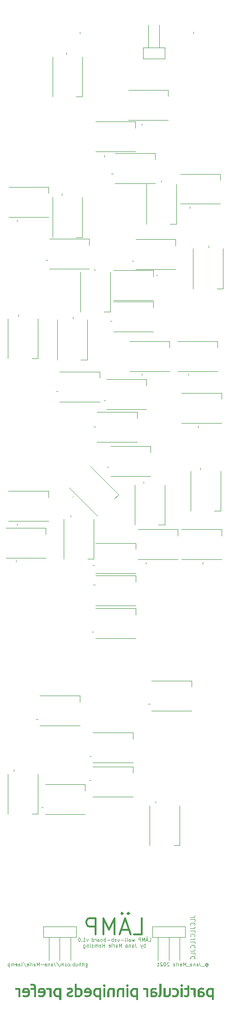
<source format=gbo>
G04 #@! TF.GenerationSoftware,KiCad,Pcbnew,5.1.5+dfsg1-2build2*
G04 #@! TF.CreationDate,2021-12-29T19:23:42+01:00*
G04 #@! TF.ProjectId,wall_usb,77616c6c-5f75-4736-922e-6b696361645f,rev?*
G04 #@! TF.SameCoordinates,Original*
G04 #@! TF.FileFunction,Legend,Bot*
G04 #@! TF.FilePolarity,Positive*
%FSLAX46Y46*%
G04 Gerber Fmt 4.6, Leading zero omitted, Abs format (unit mm)*
G04 Created by KiCad (PCBNEW 5.1.5+dfsg1-2build2) date 2021-12-29 19:23:42*
%MOMM*%
%LPD*%
G04 APERTURE LIST*
%ADD10C,0.100000*%
%ADD11C,0.300000*%
%ADD12C,0.120000*%
%ADD13C,0.010000*%
G04 APERTURE END LIST*
D10*
X136771428Y-192734523D02*
X136802380Y-192703571D01*
X136864285Y-192672619D01*
X136926190Y-192672619D01*
X136988095Y-192703571D01*
X137019047Y-192734523D01*
X137050000Y-192796428D01*
X137050000Y-192858333D01*
X137019047Y-192920238D01*
X136988095Y-192951190D01*
X136926190Y-192982142D01*
X136864285Y-192982142D01*
X136802380Y-192951190D01*
X136771428Y-192920238D01*
X136771428Y-192672619D02*
X136771428Y-192920238D01*
X136740476Y-192951190D01*
X136709523Y-192951190D01*
X136647619Y-192920238D01*
X136616666Y-192858333D01*
X136616666Y-192703571D01*
X136678571Y-192610714D01*
X136771428Y-192548809D01*
X136895238Y-192517857D01*
X137019047Y-192548809D01*
X137111904Y-192610714D01*
X137173809Y-192703571D01*
X137204761Y-192827380D01*
X137173809Y-192951190D01*
X137111904Y-193044047D01*
X137019047Y-193105952D01*
X136895238Y-193136904D01*
X136771428Y-193105952D01*
X136678571Y-193044047D01*
X136492857Y-193105952D02*
X135997619Y-193105952D01*
X135657142Y-192394047D02*
X135657142Y-192858333D01*
X135688095Y-192951190D01*
X135750000Y-193013095D01*
X135842857Y-193044047D01*
X135904761Y-193044047D01*
X135069047Y-193044047D02*
X135069047Y-192703571D01*
X135100000Y-192641666D01*
X135161904Y-192610714D01*
X135285714Y-192610714D01*
X135347619Y-192641666D01*
X135069047Y-193013095D02*
X135130952Y-193044047D01*
X135285714Y-193044047D01*
X135347619Y-193013095D01*
X135378571Y-192951190D01*
X135378571Y-192889285D01*
X135347619Y-192827380D01*
X135285714Y-192796428D01*
X135130952Y-192796428D01*
X135069047Y-192765476D01*
X134759523Y-192610714D02*
X134759523Y-193044047D01*
X134759523Y-192672619D02*
X134728571Y-192641666D01*
X134666666Y-192610714D01*
X134573809Y-192610714D01*
X134511904Y-192641666D01*
X134480952Y-192703571D01*
X134480952Y-193044047D01*
X133892857Y-193044047D02*
X133892857Y-192703571D01*
X133923809Y-192641666D01*
X133985714Y-192610714D01*
X134109523Y-192610714D01*
X134171428Y-192641666D01*
X133892857Y-193013095D02*
X133954761Y-193044047D01*
X134109523Y-193044047D01*
X134171428Y-193013095D01*
X134202380Y-192951190D01*
X134202380Y-192889285D01*
X134171428Y-192827380D01*
X134109523Y-192796428D01*
X133954761Y-192796428D01*
X133892857Y-192765476D01*
X133738095Y-193105952D02*
X133242857Y-193105952D01*
X133088095Y-193044047D02*
X133088095Y-192394047D01*
X132871428Y-192858333D01*
X132654761Y-192394047D01*
X132654761Y-193044047D01*
X132066666Y-193044047D02*
X132066666Y-192703571D01*
X132097619Y-192641666D01*
X132159523Y-192610714D01*
X132283333Y-192610714D01*
X132345238Y-192641666D01*
X132066666Y-193013095D02*
X132128571Y-193044047D01*
X132283333Y-193044047D01*
X132345238Y-193013095D01*
X132376190Y-192951190D01*
X132376190Y-192889285D01*
X132345238Y-192827380D01*
X132283333Y-192796428D01*
X132128571Y-192796428D01*
X132066666Y-192765476D01*
X131757142Y-193044047D02*
X131757142Y-192610714D01*
X131757142Y-192734523D02*
X131726190Y-192672619D01*
X131695238Y-192641666D01*
X131633333Y-192610714D01*
X131571428Y-192610714D01*
X131354761Y-193044047D02*
X131354761Y-192610714D01*
X131354761Y-192394047D02*
X131385714Y-192425000D01*
X131354761Y-192455952D01*
X131323809Y-192425000D01*
X131354761Y-192394047D01*
X131354761Y-192455952D01*
X130797619Y-193013095D02*
X130859523Y-193044047D01*
X130983333Y-193044047D01*
X131045238Y-193013095D01*
X131076190Y-192951190D01*
X131076190Y-192703571D01*
X131045238Y-192641666D01*
X130983333Y-192610714D01*
X130859523Y-192610714D01*
X130797619Y-192641666D01*
X130766666Y-192703571D01*
X130766666Y-192765476D01*
X131076190Y-192827380D01*
X130023809Y-192455952D02*
X129992857Y-192425000D01*
X129930952Y-192394047D01*
X129776190Y-192394047D01*
X129714285Y-192425000D01*
X129683333Y-192455952D01*
X129652380Y-192517857D01*
X129652380Y-192579761D01*
X129683333Y-192672619D01*
X130054761Y-193044047D01*
X129652380Y-193044047D01*
X129250000Y-192394047D02*
X129188095Y-192394047D01*
X129126190Y-192425000D01*
X129095238Y-192455952D01*
X129064285Y-192517857D01*
X129033333Y-192641666D01*
X129033333Y-192796428D01*
X129064285Y-192920238D01*
X129095238Y-192982142D01*
X129126190Y-193013095D01*
X129188095Y-193044047D01*
X129250000Y-193044047D01*
X129311904Y-193013095D01*
X129342857Y-192982142D01*
X129373809Y-192920238D01*
X129404761Y-192796428D01*
X129404761Y-192641666D01*
X129373809Y-192517857D01*
X129342857Y-192455952D01*
X129311904Y-192425000D01*
X129250000Y-192394047D01*
X128785714Y-192455952D02*
X128754761Y-192425000D01*
X128692857Y-192394047D01*
X128538095Y-192394047D01*
X128476190Y-192425000D01*
X128445238Y-192455952D01*
X128414285Y-192517857D01*
X128414285Y-192579761D01*
X128445238Y-192672619D01*
X128816666Y-193044047D01*
X128414285Y-193044047D01*
X127795238Y-193044047D02*
X128166666Y-193044047D01*
X127980952Y-193044047D02*
X127980952Y-192394047D01*
X128042857Y-192486904D01*
X128104761Y-192548809D01*
X128166666Y-192579761D01*
X114755000Y-192610714D02*
X114755000Y-193136904D01*
X114785000Y-193198809D01*
X114815000Y-193229761D01*
X114875000Y-193260714D01*
X114965000Y-193260714D01*
X115025000Y-193229761D01*
X114755000Y-193013095D02*
X114815000Y-193044047D01*
X114935000Y-193044047D01*
X114995000Y-193013095D01*
X115025000Y-192982142D01*
X115055000Y-192920238D01*
X115055000Y-192734523D01*
X115025000Y-192672619D01*
X114995000Y-192641666D01*
X114935000Y-192610714D01*
X114815000Y-192610714D01*
X114755000Y-192641666D01*
X114455000Y-193044047D02*
X114455000Y-192610714D01*
X114455000Y-192394047D02*
X114485000Y-192425000D01*
X114455000Y-192455952D01*
X114425000Y-192425000D01*
X114455000Y-192394047D01*
X114455000Y-192455952D01*
X114245000Y-192610714D02*
X114005000Y-192610714D01*
X114155000Y-192394047D02*
X114155000Y-192951190D01*
X114125000Y-193013095D01*
X114065000Y-193044047D01*
X114005000Y-193044047D01*
X113795000Y-193044047D02*
X113795000Y-192394047D01*
X113525000Y-193044047D02*
X113525000Y-192703571D01*
X113555000Y-192641666D01*
X113615000Y-192610714D01*
X113705000Y-192610714D01*
X113765000Y-192641666D01*
X113795000Y-192672619D01*
X112955000Y-192610714D02*
X112955000Y-193044047D01*
X113225000Y-192610714D02*
X113225000Y-192951190D01*
X113195000Y-193013095D01*
X113135000Y-193044047D01*
X113045000Y-193044047D01*
X112985000Y-193013095D01*
X112955000Y-192982142D01*
X112655000Y-193044047D02*
X112655000Y-192394047D01*
X112655000Y-192641666D02*
X112595000Y-192610714D01*
X112475000Y-192610714D01*
X112415000Y-192641666D01*
X112385000Y-192672619D01*
X112355000Y-192734523D01*
X112355000Y-192920238D01*
X112385000Y-192982142D01*
X112415000Y-193013095D01*
X112475000Y-193044047D01*
X112595000Y-193044047D01*
X112655000Y-193013095D01*
X112085000Y-192982142D02*
X112055000Y-193013095D01*
X112085000Y-193044047D01*
X112115000Y-193013095D01*
X112085000Y-192982142D01*
X112085000Y-193044047D01*
X111515000Y-193013095D02*
X111575000Y-193044047D01*
X111695000Y-193044047D01*
X111755000Y-193013095D01*
X111785000Y-192982142D01*
X111815000Y-192920238D01*
X111815000Y-192734523D01*
X111785000Y-192672619D01*
X111755000Y-192641666D01*
X111695000Y-192610714D01*
X111575000Y-192610714D01*
X111515000Y-192641666D01*
X111155000Y-193044047D02*
X111215000Y-193013095D01*
X111245000Y-192982142D01*
X111275000Y-192920238D01*
X111275000Y-192734523D01*
X111245000Y-192672619D01*
X111215000Y-192641666D01*
X111155000Y-192610714D01*
X111065000Y-192610714D01*
X111005000Y-192641666D01*
X110975000Y-192672619D01*
X110945000Y-192734523D01*
X110945000Y-192920238D01*
X110975000Y-192982142D01*
X111005000Y-193013095D01*
X111065000Y-193044047D01*
X111155000Y-193044047D01*
X110675000Y-193044047D02*
X110675000Y-192610714D01*
X110675000Y-192672619D02*
X110645000Y-192641666D01*
X110585000Y-192610714D01*
X110495000Y-192610714D01*
X110435000Y-192641666D01*
X110405000Y-192703571D01*
X110405000Y-193044047D01*
X110405000Y-192703571D02*
X110375000Y-192641666D01*
X110315000Y-192610714D01*
X110225000Y-192610714D01*
X110165000Y-192641666D01*
X110135000Y-192703571D01*
X110135000Y-193044047D01*
X109385000Y-192363095D02*
X109925000Y-193198809D01*
X108995000Y-192394047D02*
X108995000Y-192858333D01*
X109025000Y-192951190D01*
X109085000Y-193013095D01*
X109175000Y-193044047D01*
X109235000Y-193044047D01*
X108425000Y-193044047D02*
X108425000Y-192703571D01*
X108455000Y-192641666D01*
X108515000Y-192610714D01*
X108635000Y-192610714D01*
X108695000Y-192641666D01*
X108425000Y-193013095D02*
X108485000Y-193044047D01*
X108635000Y-193044047D01*
X108695000Y-193013095D01*
X108725000Y-192951190D01*
X108725000Y-192889285D01*
X108695000Y-192827380D01*
X108635000Y-192796428D01*
X108485000Y-192796428D01*
X108425000Y-192765476D01*
X108125000Y-192610714D02*
X108125000Y-193044047D01*
X108125000Y-192672619D02*
X108095000Y-192641666D01*
X108035000Y-192610714D01*
X107945000Y-192610714D01*
X107885000Y-192641666D01*
X107855000Y-192703571D01*
X107855000Y-193044047D01*
X107285000Y-193044047D02*
X107285000Y-192703571D01*
X107315000Y-192641666D01*
X107375000Y-192610714D01*
X107495000Y-192610714D01*
X107555000Y-192641666D01*
X107285000Y-193013095D02*
X107345000Y-193044047D01*
X107495000Y-193044047D01*
X107555000Y-193013095D01*
X107585000Y-192951190D01*
X107585000Y-192889285D01*
X107555000Y-192827380D01*
X107495000Y-192796428D01*
X107345000Y-192796428D01*
X107285000Y-192765476D01*
X106985000Y-192796428D02*
X106505000Y-192796428D01*
X106205000Y-193044047D02*
X106205000Y-192394047D01*
X105995000Y-192858333D01*
X105785000Y-192394047D01*
X105785000Y-193044047D01*
X105215000Y-193044047D02*
X105215000Y-192703571D01*
X105245000Y-192641666D01*
X105305000Y-192610714D01*
X105425000Y-192610714D01*
X105485000Y-192641666D01*
X105215000Y-193013095D02*
X105275000Y-193044047D01*
X105425000Y-193044047D01*
X105485000Y-193013095D01*
X105515000Y-192951190D01*
X105515000Y-192889285D01*
X105485000Y-192827380D01*
X105425000Y-192796428D01*
X105275000Y-192796428D01*
X105215000Y-192765476D01*
X104915000Y-193044047D02*
X104915000Y-192610714D01*
X104915000Y-192734523D02*
X104885000Y-192672619D01*
X104855000Y-192641666D01*
X104795000Y-192610714D01*
X104735000Y-192610714D01*
X104525000Y-193044047D02*
X104525000Y-192610714D01*
X104525000Y-192394047D02*
X104555000Y-192425000D01*
X104525000Y-192455952D01*
X104495000Y-192425000D01*
X104525000Y-192394047D01*
X104525000Y-192455952D01*
X103985000Y-193013095D02*
X104045000Y-193044047D01*
X104165000Y-193044047D01*
X104225000Y-193013095D01*
X104255000Y-192951190D01*
X104255000Y-192703571D01*
X104225000Y-192641666D01*
X104165000Y-192610714D01*
X104045000Y-192610714D01*
X103985000Y-192641666D01*
X103955000Y-192703571D01*
X103955000Y-192765476D01*
X104255000Y-192827380D01*
X103235000Y-192363095D02*
X103775000Y-193198809D01*
X102935000Y-193044047D02*
X102995000Y-193013095D01*
X103025000Y-192951190D01*
X103025000Y-192394047D01*
X102425000Y-193044047D02*
X102425000Y-192703571D01*
X102455000Y-192641666D01*
X102515000Y-192610714D01*
X102635000Y-192610714D01*
X102695000Y-192641666D01*
X102425000Y-193013095D02*
X102485000Y-193044047D01*
X102635000Y-193044047D01*
X102695000Y-193013095D01*
X102725000Y-192951190D01*
X102725000Y-192889285D01*
X102695000Y-192827380D01*
X102635000Y-192796428D01*
X102485000Y-192796428D01*
X102425000Y-192765476D01*
X101885000Y-193013095D02*
X101945000Y-193044047D01*
X102065000Y-193044047D01*
X102125000Y-193013095D01*
X102155000Y-192951190D01*
X102155000Y-192703571D01*
X102125000Y-192641666D01*
X102065000Y-192610714D01*
X101945000Y-192610714D01*
X101885000Y-192641666D01*
X101855000Y-192703571D01*
X101855000Y-192765476D01*
X102155000Y-192827380D01*
X101585000Y-193044047D02*
X101585000Y-192610714D01*
X101585000Y-192672619D02*
X101555000Y-192641666D01*
X101495000Y-192610714D01*
X101405000Y-192610714D01*
X101345000Y-192641666D01*
X101315000Y-192703571D01*
X101315000Y-193044047D01*
X101315000Y-192703571D02*
X101285000Y-192641666D01*
X101225000Y-192610714D01*
X101135000Y-192610714D01*
X101075000Y-192641666D01*
X101045000Y-192703571D01*
X101045000Y-193044047D01*
X100745000Y-192610714D02*
X100745000Y-193260714D01*
X100745000Y-192641666D02*
X100685000Y-192610714D01*
X100565000Y-192610714D01*
X100505000Y-192641666D01*
X100475000Y-192672619D01*
X100445000Y-192734523D01*
X100445000Y-192920238D01*
X100475000Y-192982142D01*
X100505000Y-193013095D01*
X100565000Y-193044047D01*
X100685000Y-193044047D01*
X100745000Y-193013095D01*
X133961904Y-184104761D02*
X134533333Y-184104761D01*
X134647619Y-184066666D01*
X134723809Y-183990476D01*
X134761904Y-183876190D01*
X134761904Y-183800000D01*
X134761904Y-184866666D02*
X134761904Y-184485714D01*
X133961904Y-184485714D01*
X134685714Y-185590476D02*
X134723809Y-185552380D01*
X134761904Y-185438095D01*
X134761904Y-185361904D01*
X134723809Y-185247619D01*
X134647619Y-185171428D01*
X134571428Y-185133333D01*
X134419047Y-185095238D01*
X134304761Y-185095238D01*
X134152380Y-185133333D01*
X134076190Y-185171428D01*
X134000000Y-185247619D01*
X133961904Y-185361904D01*
X133961904Y-185438095D01*
X134000000Y-185552380D01*
X134038095Y-185590476D01*
X133961904Y-186161904D02*
X134533333Y-186161904D01*
X134647619Y-186123809D01*
X134723809Y-186047619D01*
X134761904Y-185933333D01*
X134761904Y-185857142D01*
X134761904Y-186923809D02*
X134761904Y-186542857D01*
X133961904Y-186542857D01*
X134685714Y-187647619D02*
X134723809Y-187609523D01*
X134761904Y-187495238D01*
X134761904Y-187419047D01*
X134723809Y-187304761D01*
X134647619Y-187228571D01*
X134571428Y-187190476D01*
X134419047Y-187152380D01*
X134304761Y-187152380D01*
X134152380Y-187190476D01*
X134076190Y-187228571D01*
X134000000Y-187304761D01*
X133961904Y-187419047D01*
X133961904Y-187495238D01*
X134000000Y-187609523D01*
X134038095Y-187647619D01*
X133961904Y-188219047D02*
X134533333Y-188219047D01*
X134647619Y-188180952D01*
X134723809Y-188104761D01*
X134761904Y-187990476D01*
X134761904Y-187914285D01*
X134761904Y-188980952D02*
X134761904Y-188600000D01*
X133961904Y-188600000D01*
X134685714Y-189704761D02*
X134723809Y-189666666D01*
X134761904Y-189552380D01*
X134761904Y-189476190D01*
X134723809Y-189361904D01*
X134647619Y-189285714D01*
X134571428Y-189247619D01*
X134419047Y-189209523D01*
X134304761Y-189209523D01*
X134152380Y-189247619D01*
X134076190Y-189285714D01*
X134000000Y-189361904D01*
X133961904Y-189476190D01*
X133961904Y-189552380D01*
X134000000Y-189666666D01*
X134038095Y-189704761D01*
X133961904Y-190276190D02*
X134533333Y-190276190D01*
X134647619Y-190238095D01*
X134723809Y-190161904D01*
X134761904Y-190047619D01*
X134761904Y-189971428D01*
X134761904Y-191038095D02*
X134761904Y-190657142D01*
X133961904Y-190657142D01*
X134685714Y-191761904D02*
X134723809Y-191723809D01*
X134761904Y-191609523D01*
X134761904Y-191533333D01*
X134723809Y-191419047D01*
X134647619Y-191342857D01*
X134571428Y-191304761D01*
X134419047Y-191266666D01*
X134304761Y-191266666D01*
X134152380Y-191304761D01*
X134076190Y-191342857D01*
X134000000Y-191419047D01*
X133961904Y-191533333D01*
X133961904Y-191609523D01*
X134000000Y-191723809D01*
X134038095Y-191761904D01*
D11*
X123571428Y-187257142D02*
X125000000Y-187257142D01*
X125000000Y-184257142D01*
X122714285Y-186400000D02*
X121285714Y-186400000D01*
X123000000Y-187257142D02*
X122000000Y-184257142D01*
X121000000Y-187257142D01*
X122571428Y-183257142D02*
X122428571Y-183400000D01*
X122571428Y-183542857D01*
X122714285Y-183400000D01*
X122571428Y-183257142D01*
X122571428Y-183542857D01*
X121428571Y-183257142D02*
X121285714Y-183400000D01*
X121428571Y-183542857D01*
X121571428Y-183400000D01*
X121428571Y-183257142D01*
X121428571Y-183542857D01*
X120000000Y-187257142D02*
X120000000Y-184257142D01*
X119000000Y-186400000D01*
X118000000Y-184257142D01*
X118000000Y-187257142D01*
X116571428Y-187257142D02*
X116571428Y-184257142D01*
X115428571Y-184257142D01*
X115142857Y-184400000D01*
X115000000Y-184542857D01*
X114857142Y-184828571D01*
X114857142Y-185257142D01*
X115000000Y-185542857D01*
X115142857Y-185685714D01*
X115428571Y-185828571D01*
X116571428Y-185828571D01*
D10*
X126298809Y-188506547D02*
X126608333Y-188506547D01*
X126608333Y-187856547D01*
X126113095Y-188320833D02*
X125803571Y-188320833D01*
X126175000Y-188506547D02*
X125958333Y-187856547D01*
X125741666Y-188506547D01*
X126082142Y-187639880D02*
X126051190Y-187670833D01*
X126082142Y-187701785D01*
X126113095Y-187670833D01*
X126082142Y-187639880D01*
X126082142Y-187701785D01*
X125834523Y-187639880D02*
X125803571Y-187670833D01*
X125834523Y-187701785D01*
X125865476Y-187670833D01*
X125834523Y-187639880D01*
X125834523Y-187701785D01*
X125525000Y-188506547D02*
X125525000Y-187856547D01*
X125308333Y-188320833D01*
X125091666Y-187856547D01*
X125091666Y-188506547D01*
X124782142Y-188506547D02*
X124782142Y-187856547D01*
X124534523Y-187856547D01*
X124472619Y-187887500D01*
X124441666Y-187918452D01*
X124410714Y-187980357D01*
X124410714Y-188073214D01*
X124441666Y-188135119D01*
X124472619Y-188166071D01*
X124534523Y-188197023D01*
X124782142Y-188197023D01*
X123698809Y-188073214D02*
X123575000Y-188506547D01*
X123451190Y-188197023D01*
X123327380Y-188506547D01*
X123203571Y-188073214D01*
X122677380Y-188506547D02*
X122677380Y-188166071D01*
X122708333Y-188104166D01*
X122770238Y-188073214D01*
X122894047Y-188073214D01*
X122955952Y-188104166D01*
X122677380Y-188475595D02*
X122739285Y-188506547D01*
X122894047Y-188506547D01*
X122955952Y-188475595D01*
X122986904Y-188413690D01*
X122986904Y-188351785D01*
X122955952Y-188289880D01*
X122894047Y-188258928D01*
X122739285Y-188258928D01*
X122677380Y-188227976D01*
X122275000Y-188506547D02*
X122336904Y-188475595D01*
X122367857Y-188413690D01*
X122367857Y-187856547D01*
X121934523Y-188506547D02*
X121996428Y-188475595D01*
X122027380Y-188413690D01*
X122027380Y-187856547D01*
X121686904Y-188258928D02*
X121191666Y-188258928D01*
X120603571Y-188073214D02*
X120603571Y-188506547D01*
X120882142Y-188073214D02*
X120882142Y-188413690D01*
X120851190Y-188475595D01*
X120789285Y-188506547D01*
X120696428Y-188506547D01*
X120634523Y-188475595D01*
X120603571Y-188444642D01*
X120325000Y-188475595D02*
X120263095Y-188506547D01*
X120139285Y-188506547D01*
X120077380Y-188475595D01*
X120046428Y-188413690D01*
X120046428Y-188382738D01*
X120077380Y-188320833D01*
X120139285Y-188289880D01*
X120232142Y-188289880D01*
X120294047Y-188258928D01*
X120325000Y-188197023D01*
X120325000Y-188166071D01*
X120294047Y-188104166D01*
X120232142Y-188073214D01*
X120139285Y-188073214D01*
X120077380Y-188104166D01*
X119767857Y-188506547D02*
X119767857Y-187856547D01*
X119767857Y-188104166D02*
X119705952Y-188073214D01*
X119582142Y-188073214D01*
X119520238Y-188104166D01*
X119489285Y-188135119D01*
X119458333Y-188197023D01*
X119458333Y-188382738D01*
X119489285Y-188444642D01*
X119520238Y-188475595D01*
X119582142Y-188506547D01*
X119705952Y-188506547D01*
X119767857Y-188475595D01*
X119179761Y-188258928D02*
X118684523Y-188258928D01*
X118375000Y-188506547D02*
X118375000Y-187856547D01*
X118375000Y-188104166D02*
X118313095Y-188073214D01*
X118189285Y-188073214D01*
X118127380Y-188104166D01*
X118096428Y-188135119D01*
X118065476Y-188197023D01*
X118065476Y-188382738D01*
X118096428Y-188444642D01*
X118127380Y-188475595D01*
X118189285Y-188506547D01*
X118313095Y-188506547D01*
X118375000Y-188475595D01*
X117694047Y-188506547D02*
X117755952Y-188475595D01*
X117786904Y-188444642D01*
X117817857Y-188382738D01*
X117817857Y-188197023D01*
X117786904Y-188135119D01*
X117755952Y-188104166D01*
X117694047Y-188073214D01*
X117601190Y-188073214D01*
X117539285Y-188104166D01*
X117508333Y-188135119D01*
X117477380Y-188197023D01*
X117477380Y-188382738D01*
X117508333Y-188444642D01*
X117539285Y-188475595D01*
X117601190Y-188506547D01*
X117694047Y-188506547D01*
X116920238Y-188506547D02*
X116920238Y-188166071D01*
X116951190Y-188104166D01*
X117013095Y-188073214D01*
X117136904Y-188073214D01*
X117198809Y-188104166D01*
X116920238Y-188475595D02*
X116982142Y-188506547D01*
X117136904Y-188506547D01*
X117198809Y-188475595D01*
X117229761Y-188413690D01*
X117229761Y-188351785D01*
X117198809Y-188289880D01*
X117136904Y-188258928D01*
X116982142Y-188258928D01*
X116920238Y-188227976D01*
X116610714Y-188506547D02*
X116610714Y-188073214D01*
X116610714Y-188197023D02*
X116579761Y-188135119D01*
X116548809Y-188104166D01*
X116486904Y-188073214D01*
X116425000Y-188073214D01*
X115929761Y-188506547D02*
X115929761Y-187856547D01*
X115929761Y-188475595D02*
X115991666Y-188506547D01*
X116115476Y-188506547D01*
X116177380Y-188475595D01*
X116208333Y-188444642D01*
X116239285Y-188382738D01*
X116239285Y-188197023D01*
X116208333Y-188135119D01*
X116177380Y-188104166D01*
X116115476Y-188073214D01*
X115991666Y-188073214D01*
X115929761Y-188104166D01*
X115186904Y-188073214D02*
X115032142Y-188506547D01*
X114877380Y-188073214D01*
X114289285Y-188506547D02*
X114660714Y-188506547D01*
X114475000Y-188506547D02*
X114475000Y-187856547D01*
X114536904Y-187949404D01*
X114598809Y-188011309D01*
X114660714Y-188042261D01*
X114010714Y-188444642D02*
X113979761Y-188475595D01*
X114010714Y-188506547D01*
X114041666Y-188475595D01*
X114010714Y-188444642D01*
X114010714Y-188506547D01*
X113577380Y-187856547D02*
X113515476Y-187856547D01*
X113453571Y-187887500D01*
X113422619Y-187918452D01*
X113391666Y-187980357D01*
X113360714Y-188104166D01*
X113360714Y-188258928D01*
X113391666Y-188382738D01*
X113422619Y-188444642D01*
X113453571Y-188475595D01*
X113515476Y-188506547D01*
X113577380Y-188506547D01*
X113639285Y-188475595D01*
X113670238Y-188444642D01*
X113701190Y-188382738D01*
X113732142Y-188258928D01*
X113732142Y-188104166D01*
X113701190Y-187980357D01*
X113670238Y-187918452D01*
X113639285Y-187887500D01*
X113577380Y-187856547D01*
X125617857Y-189581547D02*
X125617857Y-188931547D01*
X125617857Y-189179166D02*
X125555952Y-189148214D01*
X125432142Y-189148214D01*
X125370238Y-189179166D01*
X125339285Y-189210119D01*
X125308333Y-189272023D01*
X125308333Y-189457738D01*
X125339285Y-189519642D01*
X125370238Y-189550595D01*
X125432142Y-189581547D01*
X125555952Y-189581547D01*
X125617857Y-189550595D01*
X125091666Y-189148214D02*
X124936904Y-189581547D01*
X124782142Y-189148214D02*
X124936904Y-189581547D01*
X124998809Y-189736309D01*
X125029761Y-189767261D01*
X125091666Y-189798214D01*
X123853571Y-188931547D02*
X123853571Y-189395833D01*
X123884523Y-189488690D01*
X123946428Y-189550595D01*
X124039285Y-189581547D01*
X124101190Y-189581547D01*
X123265476Y-189581547D02*
X123265476Y-189241071D01*
X123296428Y-189179166D01*
X123358333Y-189148214D01*
X123482142Y-189148214D01*
X123544047Y-189179166D01*
X123265476Y-189550595D02*
X123327380Y-189581547D01*
X123482142Y-189581547D01*
X123544047Y-189550595D01*
X123575000Y-189488690D01*
X123575000Y-189426785D01*
X123544047Y-189364880D01*
X123482142Y-189333928D01*
X123327380Y-189333928D01*
X123265476Y-189302976D01*
X122955952Y-189148214D02*
X122955952Y-189581547D01*
X122955952Y-189210119D02*
X122925000Y-189179166D01*
X122863095Y-189148214D01*
X122770238Y-189148214D01*
X122708333Y-189179166D01*
X122677380Y-189241071D01*
X122677380Y-189581547D01*
X122089285Y-189581547D02*
X122089285Y-189241071D01*
X122120238Y-189179166D01*
X122182142Y-189148214D01*
X122305952Y-189148214D01*
X122367857Y-189179166D01*
X122089285Y-189550595D02*
X122151190Y-189581547D01*
X122305952Y-189581547D01*
X122367857Y-189550595D01*
X122398809Y-189488690D01*
X122398809Y-189426785D01*
X122367857Y-189364880D01*
X122305952Y-189333928D01*
X122151190Y-189333928D01*
X122089285Y-189302976D01*
X121284523Y-189581547D02*
X121284523Y-188931547D01*
X121067857Y-189395833D01*
X120851190Y-188931547D01*
X120851190Y-189581547D01*
X120263095Y-189581547D02*
X120263095Y-189241071D01*
X120294047Y-189179166D01*
X120355952Y-189148214D01*
X120479761Y-189148214D01*
X120541666Y-189179166D01*
X120263095Y-189550595D02*
X120325000Y-189581547D01*
X120479761Y-189581547D01*
X120541666Y-189550595D01*
X120572619Y-189488690D01*
X120572619Y-189426785D01*
X120541666Y-189364880D01*
X120479761Y-189333928D01*
X120325000Y-189333928D01*
X120263095Y-189302976D01*
X119953571Y-189581547D02*
X119953571Y-189148214D01*
X119953571Y-189272023D02*
X119922619Y-189210119D01*
X119891666Y-189179166D01*
X119829761Y-189148214D01*
X119767857Y-189148214D01*
X119551190Y-189581547D02*
X119551190Y-189148214D01*
X119551190Y-188931547D02*
X119582142Y-188962500D01*
X119551190Y-188993452D01*
X119520238Y-188962500D01*
X119551190Y-188931547D01*
X119551190Y-188993452D01*
X118994047Y-189550595D02*
X119055952Y-189581547D01*
X119179761Y-189581547D01*
X119241666Y-189550595D01*
X119272619Y-189488690D01*
X119272619Y-189241071D01*
X119241666Y-189179166D01*
X119179761Y-189148214D01*
X119055952Y-189148214D01*
X118994047Y-189179166D01*
X118963095Y-189241071D01*
X118963095Y-189302976D01*
X119272619Y-189364880D01*
X118189285Y-189581547D02*
X118189285Y-188931547D01*
X118189285Y-189241071D02*
X117817857Y-189241071D01*
X117817857Y-189581547D02*
X117817857Y-188931547D01*
X117260714Y-189550595D02*
X117322619Y-189581547D01*
X117446428Y-189581547D01*
X117508333Y-189550595D01*
X117539285Y-189488690D01*
X117539285Y-189241071D01*
X117508333Y-189179166D01*
X117446428Y-189148214D01*
X117322619Y-189148214D01*
X117260714Y-189179166D01*
X117229761Y-189241071D01*
X117229761Y-189302976D01*
X117539285Y-189364880D01*
X116951190Y-189581547D02*
X116951190Y-189148214D01*
X116951190Y-189210119D02*
X116920238Y-189179166D01*
X116858333Y-189148214D01*
X116765476Y-189148214D01*
X116703571Y-189179166D01*
X116672619Y-189241071D01*
X116672619Y-189581547D01*
X116672619Y-189241071D02*
X116641666Y-189179166D01*
X116579761Y-189148214D01*
X116486904Y-189148214D01*
X116425000Y-189179166D01*
X116394047Y-189241071D01*
X116394047Y-189581547D01*
X116115476Y-189550595D02*
X116053571Y-189581547D01*
X115929761Y-189581547D01*
X115867857Y-189550595D01*
X115836904Y-189488690D01*
X115836904Y-189457738D01*
X115867857Y-189395833D01*
X115929761Y-189364880D01*
X116022619Y-189364880D01*
X116084523Y-189333928D01*
X116115476Y-189272023D01*
X116115476Y-189241071D01*
X116084523Y-189179166D01*
X116022619Y-189148214D01*
X115929761Y-189148214D01*
X115867857Y-189179166D01*
X115558333Y-189581547D02*
X115558333Y-189148214D01*
X115558333Y-188931547D02*
X115589285Y-188962500D01*
X115558333Y-188993452D01*
X115527380Y-188962500D01*
X115558333Y-188931547D01*
X115558333Y-188993452D01*
X115248809Y-189148214D02*
X115248809Y-189581547D01*
X115248809Y-189210119D02*
X115217857Y-189179166D01*
X115155952Y-189148214D01*
X115063095Y-189148214D01*
X115001190Y-189179166D01*
X114970238Y-189241071D01*
X114970238Y-189581547D01*
X114382142Y-189148214D02*
X114382142Y-189674404D01*
X114413095Y-189736309D01*
X114444047Y-189767261D01*
X114505952Y-189798214D01*
X114598809Y-189798214D01*
X114660714Y-189767261D01*
X114382142Y-189550595D02*
X114444047Y-189581547D01*
X114567857Y-189581547D01*
X114629761Y-189550595D01*
X114660714Y-189519642D01*
X114691666Y-189457738D01*
X114691666Y-189272023D01*
X114660714Y-189210119D01*
X114629761Y-189179166D01*
X114567857Y-189148214D01*
X114444047Y-189148214D01*
X114382142Y-189179166D01*
D12*
X133000000Y-185800000D02*
X127000000Y-185800000D01*
X132000000Y-187800000D02*
X132000000Y-192000000D01*
X128000000Y-187800000D02*
X128000000Y-192000000D01*
X130000000Y-187800000D02*
X130000000Y-192000000D01*
X133000000Y-187800000D02*
X127000000Y-187800000D01*
X133000000Y-185800000D02*
X133000000Y-187800000D01*
X127000000Y-185800000D02*
X127000000Y-187800000D01*
X113000000Y-185800000D02*
X107000000Y-185800000D01*
X112000000Y-187800000D02*
X112000000Y-192000000D01*
X108000000Y-187800000D02*
X108000000Y-192000000D01*
X110000000Y-187800000D02*
X110000000Y-192000000D01*
X113000000Y-187800000D02*
X107000000Y-187800000D01*
X113000000Y-185800000D02*
X113000000Y-187800000D01*
X107000000Y-185800000D02*
X107000000Y-187800000D01*
D13*
G36*
X118055713Y-196426519D02*
G01*
X117998837Y-196462249D01*
X117955787Y-196517137D01*
X117937620Y-196586793D01*
X117943886Y-196660005D01*
X117974137Y-196725560D01*
X118010823Y-196761937D01*
X118072526Y-196785725D01*
X118145576Y-196786855D01*
X118213941Y-196766482D01*
X118245373Y-196745042D01*
X118291065Y-196681081D01*
X118306714Y-196608701D01*
X118293882Y-196536906D01*
X118254133Y-196474698D01*
X118191004Y-196431894D01*
X118119889Y-196413917D01*
X118055713Y-196426519D01*
G37*
X118055713Y-196426519D02*
X117998837Y-196462249D01*
X117955787Y-196517137D01*
X117937620Y-196586793D01*
X117943886Y-196660005D01*
X117974137Y-196725560D01*
X118010823Y-196761937D01*
X118072526Y-196785725D01*
X118145576Y-196786855D01*
X118213941Y-196766482D01*
X118245373Y-196745042D01*
X118291065Y-196681081D01*
X118306714Y-196608701D01*
X118293882Y-196536906D01*
X118254133Y-196474698D01*
X118191004Y-196431894D01*
X118119889Y-196413917D01*
X118055713Y-196426519D01*
G36*
X122288162Y-196427074D02*
G01*
X122229267Y-196466616D01*
X122189976Y-196528914D01*
X122177143Y-196601798D01*
X122192088Y-196679776D01*
X122231926Y-196739553D01*
X122289161Y-196777897D01*
X122356296Y-196791576D01*
X122425835Y-196777357D01*
X122486967Y-196735396D01*
X122529390Y-196670391D01*
X122541861Y-196597494D01*
X122525946Y-196526116D01*
X122483211Y-196465668D01*
X122436850Y-196434262D01*
X122359682Y-196414788D01*
X122288162Y-196427074D01*
G37*
X122288162Y-196427074D02*
X122229267Y-196466616D01*
X122189976Y-196528914D01*
X122177143Y-196601798D01*
X122192088Y-196679776D01*
X122231926Y-196739553D01*
X122289161Y-196777897D01*
X122356296Y-196791576D01*
X122425835Y-196777357D01*
X122486967Y-196735396D01*
X122529390Y-196670391D01*
X122541861Y-196597494D01*
X122525946Y-196526116D01*
X122483211Y-196465668D01*
X122436850Y-196434262D01*
X122359682Y-196414788D01*
X122288162Y-196427074D01*
G36*
X132242578Y-196433442D02*
G01*
X132237580Y-196435753D01*
X132177465Y-196474983D01*
X132144832Y-196527023D01*
X132134370Y-196601059D01*
X132134380Y-196614269D01*
X132150823Y-196687380D01*
X132192599Y-196743127D01*
X132251673Y-196778402D01*
X132320009Y-196790093D01*
X132389572Y-196775093D01*
X132447395Y-196735396D01*
X132491017Y-196668784D01*
X132501825Y-196594140D01*
X132479592Y-196519388D01*
X132454581Y-196482726D01*
X132391823Y-196430907D01*
X132320903Y-196414425D01*
X132242578Y-196433442D01*
G37*
X132242578Y-196433442D02*
X132237580Y-196435753D01*
X132177465Y-196474983D01*
X132144832Y-196527023D01*
X132134370Y-196601059D01*
X132134380Y-196614269D01*
X132150823Y-196687380D01*
X132192599Y-196743127D01*
X132251673Y-196778402D01*
X132320009Y-196790093D01*
X132389572Y-196775093D01*
X132447395Y-196735396D01*
X132491017Y-196668784D01*
X132501825Y-196594140D01*
X132479592Y-196519388D01*
X132454581Y-196482726D01*
X132391823Y-196430907D01*
X132320903Y-196414425D01*
X132242578Y-196433442D01*
G36*
X101976258Y-197044784D02*
G01*
X101928180Y-197050954D01*
X101861879Y-197062820D01*
X101823799Y-197078580D01*
X101808471Y-197106555D01*
X101810425Y-197155063D01*
X101820770Y-197214324D01*
X101833858Y-197278276D01*
X101845267Y-197313311D01*
X101858904Y-197326365D01*
X101878676Y-197324376D01*
X101882159Y-197323291D01*
X101929396Y-197314161D01*
X102001453Y-197307086D01*
X102087084Y-197302415D01*
X102175047Y-197300500D01*
X102254096Y-197301691D01*
X102312988Y-197306338D01*
X102328857Y-197309366D01*
X102392357Y-197325933D01*
X102401428Y-197987002D01*
X102410500Y-198648072D01*
X102547387Y-198653303D01*
X102614799Y-198654233D01*
X102667496Y-198651894D01*
X102695527Y-198646791D01*
X102697065Y-198645744D01*
X102699819Y-198625412D01*
X102702369Y-198572664D01*
X102704651Y-198491366D01*
X102706599Y-198385388D01*
X102708150Y-198258597D01*
X102709237Y-198114862D01*
X102709795Y-197958051D01*
X102709857Y-197884455D01*
X102709857Y-197135957D01*
X102650893Y-197116856D01*
X102489569Y-197075320D01*
X102314376Y-197048643D01*
X102138782Y-197038055D01*
X101976258Y-197044784D01*
G37*
X101976258Y-197044784D02*
X101928180Y-197050954D01*
X101861879Y-197062820D01*
X101823799Y-197078580D01*
X101808471Y-197106555D01*
X101810425Y-197155063D01*
X101820770Y-197214324D01*
X101833858Y-197278276D01*
X101845267Y-197313311D01*
X101858904Y-197326365D01*
X101878676Y-197324376D01*
X101882159Y-197323291D01*
X101929396Y-197314161D01*
X102001453Y-197307086D01*
X102087084Y-197302415D01*
X102175047Y-197300500D01*
X102254096Y-197301691D01*
X102312988Y-197306338D01*
X102328857Y-197309366D01*
X102392357Y-197325933D01*
X102401428Y-197987002D01*
X102410500Y-198648072D01*
X102547387Y-198653303D01*
X102614799Y-198654233D01*
X102667496Y-198651894D01*
X102695527Y-198646791D01*
X102697065Y-198645744D01*
X102699819Y-198625412D01*
X102702369Y-198572664D01*
X102704651Y-198491366D01*
X102706599Y-198385388D01*
X102708150Y-198258597D01*
X102709237Y-198114862D01*
X102709795Y-197958051D01*
X102709857Y-197884455D01*
X102709857Y-197135957D01*
X102650893Y-197116856D01*
X102489569Y-197075320D01*
X102314376Y-197048643D01*
X102138782Y-197038055D01*
X101976258Y-197044784D01*
G36*
X104785120Y-196305397D02*
G01*
X104693731Y-196318725D01*
X104688812Y-196319830D01*
X104637230Y-196333592D01*
X104604169Y-196345981D01*
X104597506Y-196351580D01*
X104601396Y-196373593D01*
X104610711Y-196420228D01*
X104621240Y-196470929D01*
X104635164Y-196530853D01*
X104648055Y-196562744D01*
X104664974Y-196574342D01*
X104688484Y-196573735D01*
X104725668Y-196570782D01*
X104788471Y-196567901D01*
X104866227Y-196565533D01*
X104908289Y-196564664D01*
X104993279Y-196564228D01*
X105050980Y-196567324D01*
X105090325Y-196575310D01*
X105120244Y-196589544D01*
X105133830Y-196598957D01*
X105195664Y-196664000D01*
X105237455Y-196753475D01*
X105260545Y-196870657D01*
X105264413Y-196918078D01*
X105272662Y-197060571D01*
X104669286Y-197060571D01*
X104669286Y-197314571D01*
X104968419Y-197314572D01*
X105267553Y-197314572D01*
X105277071Y-198648072D01*
X105559771Y-198658696D01*
X105554493Y-197682741D01*
X105549214Y-196706786D01*
X105505929Y-196611002D01*
X105446759Y-196514604D01*
X105364855Y-196428102D01*
X105270374Y-196360671D01*
X105190373Y-196325965D01*
X105109500Y-196310064D01*
X105006202Y-196301228D01*
X104893677Y-196299618D01*
X104785120Y-196305397D01*
G37*
X104785120Y-196305397D02*
X104693731Y-196318725D01*
X104688812Y-196319830D01*
X104637230Y-196333592D01*
X104604169Y-196345981D01*
X104597506Y-196351580D01*
X104601396Y-196373593D01*
X104610711Y-196420228D01*
X104621240Y-196470929D01*
X104635164Y-196530853D01*
X104648055Y-196562744D01*
X104664974Y-196574342D01*
X104688484Y-196573735D01*
X104725668Y-196570782D01*
X104788471Y-196567901D01*
X104866227Y-196565533D01*
X104908289Y-196564664D01*
X104993279Y-196564228D01*
X105050980Y-196567324D01*
X105090325Y-196575310D01*
X105120244Y-196589544D01*
X105133830Y-196598957D01*
X105195664Y-196664000D01*
X105237455Y-196753475D01*
X105260545Y-196870657D01*
X105264413Y-196918078D01*
X105272662Y-197060571D01*
X104669286Y-197060571D01*
X104669286Y-197314571D01*
X104968419Y-197314572D01*
X105267553Y-197314572D01*
X105277071Y-198648072D01*
X105559771Y-198658696D01*
X105554493Y-197682741D01*
X105549214Y-196706786D01*
X105505929Y-196611002D01*
X105446759Y-196514604D01*
X105364855Y-196428102D01*
X105270374Y-196360671D01*
X105190373Y-196325965D01*
X105109500Y-196310064D01*
X105006202Y-196301228D01*
X104893677Y-196299618D01*
X104785120Y-196305397D01*
G36*
X107691258Y-197044784D02*
G01*
X107643180Y-197050954D01*
X107578221Y-197062508D01*
X107540988Y-197077850D01*
X107526054Y-197105336D01*
X107527992Y-197153319D01*
X107538149Y-197212648D01*
X107560538Y-197334161D01*
X107616233Y-197319831D01*
X107659519Y-197313505D01*
X107726721Y-197309054D01*
X107808452Y-197306504D01*
X107895322Y-197305880D01*
X107977943Y-197307206D01*
X108046926Y-197310507D01*
X108092882Y-197315808D01*
X108102821Y-197318538D01*
X108111113Y-197324078D01*
X108117828Y-197335535D01*
X108123132Y-197356413D01*
X108127188Y-197390220D01*
X108130163Y-197440460D01*
X108132219Y-197510641D01*
X108133523Y-197604267D01*
X108134238Y-197724845D01*
X108134530Y-197875882D01*
X108134571Y-197994359D01*
X108134571Y-198657143D01*
X108267619Y-198657143D01*
X108333986Y-198655600D01*
X108385405Y-198651532D01*
X108411789Y-198645778D01*
X108412762Y-198645048D01*
X108415365Y-198624870D01*
X108417776Y-198572270D01*
X108419934Y-198491112D01*
X108421776Y-198385259D01*
X108423242Y-198258574D01*
X108424270Y-198114922D01*
X108424798Y-197958165D01*
X108424857Y-197884455D01*
X108424857Y-197135957D01*
X108365893Y-197116856D01*
X108204569Y-197075320D01*
X108029376Y-197048643D01*
X107853782Y-197038055D01*
X107691258Y-197044784D01*
G37*
X107691258Y-197044784D02*
X107643180Y-197050954D01*
X107578221Y-197062508D01*
X107540988Y-197077850D01*
X107526054Y-197105336D01*
X107527992Y-197153319D01*
X107538149Y-197212648D01*
X107560538Y-197334161D01*
X107616233Y-197319831D01*
X107659519Y-197313505D01*
X107726721Y-197309054D01*
X107808452Y-197306504D01*
X107895322Y-197305880D01*
X107977943Y-197307206D01*
X108046926Y-197310507D01*
X108092882Y-197315808D01*
X108102821Y-197318538D01*
X108111113Y-197324078D01*
X108117828Y-197335535D01*
X108123132Y-197356413D01*
X108127188Y-197390220D01*
X108130163Y-197440460D01*
X108132219Y-197510641D01*
X108133523Y-197604267D01*
X108134238Y-197724845D01*
X108134530Y-197875882D01*
X108134571Y-197994359D01*
X108134571Y-198657143D01*
X108267619Y-198657143D01*
X108333986Y-198655600D01*
X108385405Y-198651532D01*
X108411789Y-198645778D01*
X108412762Y-198645048D01*
X108415365Y-198624870D01*
X108417776Y-198572270D01*
X108419934Y-198491112D01*
X108421776Y-198385259D01*
X108423242Y-198258574D01*
X108424270Y-198114922D01*
X108424798Y-197958165D01*
X108424857Y-197884455D01*
X108424857Y-197135957D01*
X108365893Y-197116856D01*
X108204569Y-197075320D01*
X108029376Y-197048643D01*
X107853782Y-197038055D01*
X107691258Y-197044784D01*
G36*
X117972345Y-197854321D02*
G01*
X117977071Y-198648072D01*
X118117678Y-198653370D01*
X118258285Y-198658669D01*
X118258285Y-197060571D01*
X117967618Y-197060571D01*
X117972345Y-197854321D01*
G37*
X117972345Y-197854321D02*
X117977071Y-198648072D01*
X118117678Y-198653370D01*
X118258285Y-198658669D01*
X118258285Y-197060571D01*
X117967618Y-197060571D01*
X117972345Y-197854321D01*
G36*
X119299861Y-197040424D02*
G01*
X119222933Y-197045313D01*
X119162487Y-197055099D01*
X119108665Y-197070944D01*
X119096321Y-197075517D01*
X118975845Y-197134544D01*
X118882535Y-197211440D01*
X118811644Y-197311448D01*
X118758424Y-197439807D01*
X118754310Y-197453022D01*
X118744819Y-197488419D01*
X118737330Y-197528174D01*
X118731611Y-197576895D01*
X118727429Y-197639187D01*
X118724551Y-197719656D01*
X118722745Y-197822910D01*
X118721778Y-197953554D01*
X118721426Y-198103786D01*
X118720928Y-198648072D01*
X119011214Y-198648072D01*
X119020861Y-198094714D01*
X119024580Y-197914449D01*
X119028905Y-197768409D01*
X119033946Y-197654535D01*
X119039817Y-197570771D01*
X119046627Y-197515057D01*
X119053766Y-197486929D01*
X119102231Y-197408616D01*
X119169194Y-197347191D01*
X119236968Y-197314558D01*
X119302613Y-197303386D01*
X119391452Y-197297690D01*
X119490777Y-197297685D01*
X119587880Y-197303590D01*
X119625318Y-197307936D01*
X119709272Y-197319443D01*
X119714029Y-197983757D01*
X119718785Y-198648072D01*
X119846578Y-198653326D01*
X119911671Y-198654234D01*
X119961864Y-198651648D01*
X119986774Y-198646126D01*
X119987185Y-198645767D01*
X119990256Y-198625185D01*
X119992893Y-198573085D01*
X119995098Y-198494064D01*
X119996873Y-198392722D01*
X119998222Y-198273659D01*
X119999145Y-198141472D01*
X119999646Y-198000762D01*
X119999726Y-197856126D01*
X119999389Y-197712165D01*
X119998637Y-197573477D01*
X119997471Y-197444661D01*
X119995895Y-197330317D01*
X119993911Y-197235042D01*
X119991521Y-197163437D01*
X119988728Y-197120100D01*
X119986393Y-197108929D01*
X119951632Y-197097286D01*
X119888488Y-197084653D01*
X119804814Y-197071967D01*
X119708461Y-197060167D01*
X119607281Y-197050190D01*
X119509127Y-197042974D01*
X119421849Y-197039456D01*
X119403127Y-197039266D01*
X119299861Y-197040424D01*
G37*
X119299861Y-197040424D02*
X119222933Y-197045313D01*
X119162487Y-197055099D01*
X119108665Y-197070944D01*
X119096321Y-197075517D01*
X118975845Y-197134544D01*
X118882535Y-197211440D01*
X118811644Y-197311448D01*
X118758424Y-197439807D01*
X118754310Y-197453022D01*
X118744819Y-197488419D01*
X118737330Y-197528174D01*
X118731611Y-197576895D01*
X118727429Y-197639187D01*
X118724551Y-197719656D01*
X118722745Y-197822910D01*
X118721778Y-197953554D01*
X118721426Y-198103786D01*
X118720928Y-198648072D01*
X119011214Y-198648072D01*
X119020861Y-198094714D01*
X119024580Y-197914449D01*
X119028905Y-197768409D01*
X119033946Y-197654535D01*
X119039817Y-197570771D01*
X119046627Y-197515057D01*
X119053766Y-197486929D01*
X119102231Y-197408616D01*
X119169194Y-197347191D01*
X119236968Y-197314558D01*
X119302613Y-197303386D01*
X119391452Y-197297690D01*
X119490777Y-197297685D01*
X119587880Y-197303590D01*
X119625318Y-197307936D01*
X119709272Y-197319443D01*
X119714029Y-197983757D01*
X119718785Y-198648072D01*
X119846578Y-198653326D01*
X119911671Y-198654234D01*
X119961864Y-198651648D01*
X119986774Y-198646126D01*
X119987185Y-198645767D01*
X119990256Y-198625185D01*
X119992893Y-198573085D01*
X119995098Y-198494064D01*
X119996873Y-198392722D01*
X119998222Y-198273659D01*
X119999145Y-198141472D01*
X119999646Y-198000762D01*
X119999726Y-197856126D01*
X119999389Y-197712165D01*
X119998637Y-197573477D01*
X119997471Y-197444661D01*
X119995895Y-197330317D01*
X119993911Y-197235042D01*
X119991521Y-197163437D01*
X119988728Y-197120100D01*
X119986393Y-197108929D01*
X119951632Y-197097286D01*
X119888488Y-197084653D01*
X119804814Y-197071967D01*
X119708461Y-197060167D01*
X119607281Y-197050190D01*
X119509127Y-197042974D01*
X119421849Y-197039456D01*
X119403127Y-197039266D01*
X119299861Y-197040424D01*
G36*
X121000077Y-197042456D02*
G01*
X120985708Y-197043911D01*
X120840020Y-197075333D01*
X120715708Y-197133680D01*
X120615143Y-197217360D01*
X120540697Y-197324783D01*
X120528317Y-197350857D01*
X120506332Y-197407293D01*
X120488921Y-197468869D01*
X120475680Y-197540172D01*
X120466208Y-197625792D01*
X120460100Y-197730316D01*
X120456955Y-197858332D01*
X120456368Y-198014430D01*
X120457424Y-198158214D01*
X120462643Y-198648072D01*
X120603250Y-198653370D01*
X120743857Y-198658669D01*
X120743994Y-198199799D01*
X120744983Y-198018236D01*
X120748097Y-197868734D01*
X120753737Y-197747112D01*
X120762303Y-197649187D01*
X120774194Y-197570776D01*
X120789812Y-197507697D01*
X120809557Y-197455766D01*
X120816571Y-197441293D01*
X120866937Y-197375952D01*
X120942342Y-197330113D01*
X121044370Y-197303386D01*
X121174604Y-197295379D01*
X121334631Y-197305701D01*
X121356178Y-197308185D01*
X121451428Y-197319626D01*
X121451428Y-198657143D01*
X121584476Y-198657143D01*
X121650843Y-198655600D01*
X121702262Y-198651532D01*
X121728647Y-198645778D01*
X121729619Y-198645048D01*
X121732207Y-198624882D01*
X121734605Y-198572270D01*
X121736754Y-198491050D01*
X121738592Y-198385062D01*
X121740060Y-198258143D01*
X121741098Y-198114133D01*
X121741644Y-197956870D01*
X121741714Y-197875199D01*
X121741631Y-197689054D01*
X121741292Y-197535935D01*
X121740563Y-197412582D01*
X121739308Y-197315735D01*
X121737393Y-197242134D01*
X121734683Y-197188519D01*
X121731043Y-197151631D01*
X121726338Y-197128210D01*
X121720434Y-197114996D01*
X121713195Y-197108728D01*
X121709964Y-197107458D01*
X121616792Y-197084664D01*
X121498625Y-197065343D01*
X121366665Y-197050479D01*
X121232118Y-197041055D01*
X121106187Y-197038052D01*
X121000077Y-197042456D01*
G37*
X121000077Y-197042456D02*
X120985708Y-197043911D01*
X120840020Y-197075333D01*
X120715708Y-197133680D01*
X120615143Y-197217360D01*
X120540697Y-197324783D01*
X120528317Y-197350857D01*
X120506332Y-197407293D01*
X120488921Y-197468869D01*
X120475680Y-197540172D01*
X120466208Y-197625792D01*
X120460100Y-197730316D01*
X120456955Y-197858332D01*
X120456368Y-198014430D01*
X120457424Y-198158214D01*
X120462643Y-198648072D01*
X120603250Y-198653370D01*
X120743857Y-198658669D01*
X120743994Y-198199799D01*
X120744983Y-198018236D01*
X120748097Y-197868734D01*
X120753737Y-197747112D01*
X120762303Y-197649187D01*
X120774194Y-197570776D01*
X120789812Y-197507697D01*
X120809557Y-197455766D01*
X120816571Y-197441293D01*
X120866937Y-197375952D01*
X120942342Y-197330113D01*
X121044370Y-197303386D01*
X121174604Y-197295379D01*
X121334631Y-197305701D01*
X121356178Y-197308185D01*
X121451428Y-197319626D01*
X121451428Y-198657143D01*
X121584476Y-198657143D01*
X121650843Y-198655600D01*
X121702262Y-198651532D01*
X121728647Y-198645778D01*
X121729619Y-198645048D01*
X121732207Y-198624882D01*
X121734605Y-198572270D01*
X121736754Y-198491050D01*
X121738592Y-198385062D01*
X121740060Y-198258143D01*
X121741098Y-198114133D01*
X121741644Y-197956870D01*
X121741714Y-197875199D01*
X121741631Y-197689054D01*
X121741292Y-197535935D01*
X121740563Y-197412582D01*
X121739308Y-197315735D01*
X121737393Y-197242134D01*
X121734683Y-197188519D01*
X121731043Y-197151631D01*
X121726338Y-197128210D01*
X121720434Y-197114996D01*
X121713195Y-197108728D01*
X121709964Y-197107458D01*
X121616792Y-197084664D01*
X121498625Y-197065343D01*
X121366665Y-197050479D01*
X121232118Y-197041055D01*
X121106187Y-197038052D01*
X121000077Y-197042456D01*
G36*
X122213428Y-198657143D02*
G01*
X122346476Y-198657143D01*
X122412843Y-198655600D01*
X122464262Y-198651532D01*
X122490647Y-198645778D01*
X122491619Y-198645048D01*
X122494161Y-198624919D01*
X122496521Y-198572270D01*
X122498643Y-198490868D01*
X122500469Y-198384479D01*
X122501943Y-198256867D01*
X122503007Y-198111799D01*
X122503603Y-197953042D01*
X122503714Y-197846762D01*
X122503714Y-197060571D01*
X122213428Y-197060571D01*
X122213428Y-198657143D01*
G37*
X122213428Y-198657143D02*
X122346476Y-198657143D01*
X122412843Y-198655600D01*
X122464262Y-198651532D01*
X122490647Y-198645778D01*
X122491619Y-198645048D01*
X122494161Y-198624919D01*
X122496521Y-198572270D01*
X122498643Y-198490868D01*
X122500469Y-198384479D01*
X122501943Y-198256867D01*
X122503007Y-198111799D01*
X122503603Y-197953042D01*
X122503714Y-197846762D01*
X122503714Y-197060571D01*
X122213428Y-197060571D01*
X122213428Y-198657143D01*
G36*
X125434311Y-197045701D02*
G01*
X125396318Y-197049840D01*
X125321105Y-197060156D01*
X125276144Y-197073108D01*
X125255664Y-197095699D01*
X125253897Y-197134931D01*
X125265070Y-197197806D01*
X125266925Y-197206871D01*
X125290840Y-197323643D01*
X125353241Y-197314571D01*
X125406073Y-197309769D01*
X125479114Y-197306841D01*
X125563174Y-197305713D01*
X125649064Y-197306306D01*
X125727595Y-197308545D01*
X125789577Y-197312352D01*
X125825821Y-197317651D01*
X125828393Y-197318538D01*
X125836684Y-197324078D01*
X125843400Y-197335535D01*
X125848703Y-197356413D01*
X125852760Y-197390220D01*
X125855734Y-197440460D01*
X125857791Y-197510641D01*
X125859094Y-197604267D01*
X125859810Y-197724845D01*
X125860102Y-197875882D01*
X125860143Y-197994359D01*
X125860143Y-198657143D01*
X125993190Y-198657143D01*
X126059557Y-198655600D01*
X126110976Y-198651532D01*
X126137361Y-198645778D01*
X126138333Y-198645048D01*
X126140936Y-198624870D01*
X126143348Y-198572270D01*
X126145505Y-198491112D01*
X126147348Y-198385259D01*
X126148813Y-198258574D01*
X126149841Y-198114922D01*
X126150370Y-197958165D01*
X126150428Y-197884455D01*
X126150428Y-197135957D01*
X126091464Y-197116856D01*
X125878272Y-197064561D01*
X125654746Y-197040411D01*
X125434311Y-197045701D01*
G37*
X125434311Y-197045701D02*
X125396318Y-197049840D01*
X125321105Y-197060156D01*
X125276144Y-197073108D01*
X125255664Y-197095699D01*
X125253897Y-197134931D01*
X125265070Y-197197806D01*
X125266925Y-197206871D01*
X125290840Y-197323643D01*
X125353241Y-197314571D01*
X125406073Y-197309769D01*
X125479114Y-197306841D01*
X125563174Y-197305713D01*
X125649064Y-197306306D01*
X125727595Y-197308545D01*
X125789577Y-197312352D01*
X125825821Y-197317651D01*
X125828393Y-197318538D01*
X125836684Y-197324078D01*
X125843400Y-197335535D01*
X125848703Y-197356413D01*
X125852760Y-197390220D01*
X125855734Y-197440460D01*
X125857791Y-197510641D01*
X125859094Y-197604267D01*
X125859810Y-197724845D01*
X125860102Y-197875882D01*
X125860143Y-197994359D01*
X125860143Y-198657143D01*
X125993190Y-198657143D01*
X126059557Y-198655600D01*
X126110976Y-198651532D01*
X126137361Y-198645778D01*
X126138333Y-198645048D01*
X126140936Y-198624870D01*
X126143348Y-198572270D01*
X126145505Y-198491112D01*
X126147348Y-198385259D01*
X126148813Y-198258574D01*
X126149841Y-198114922D01*
X126150370Y-197958165D01*
X126150428Y-197884455D01*
X126150428Y-197135957D01*
X126091464Y-197116856D01*
X125878272Y-197064561D01*
X125654746Y-197040411D01*
X125434311Y-197045701D01*
G36*
X132173857Y-198657143D02*
G01*
X132306905Y-198657143D01*
X132373271Y-198655600D01*
X132424690Y-198651532D01*
X132451075Y-198645778D01*
X132452047Y-198645048D01*
X132454589Y-198624919D01*
X132456950Y-198572270D01*
X132459072Y-198490868D01*
X132460898Y-198384479D01*
X132462371Y-198256867D01*
X132463435Y-198111799D01*
X132464032Y-197953042D01*
X132464143Y-197846762D01*
X132464143Y-197060571D01*
X132173857Y-197060571D01*
X132173857Y-198657143D01*
G37*
X132173857Y-198657143D02*
X132306905Y-198657143D01*
X132373271Y-198655600D01*
X132424690Y-198651532D01*
X132451075Y-198645778D01*
X132452047Y-198645048D01*
X132454589Y-198624919D01*
X132456950Y-198572270D01*
X132459072Y-198490868D01*
X132460898Y-198384479D01*
X132462371Y-198256867D01*
X132463435Y-198111799D01*
X132464032Y-197953042D01*
X132464143Y-197846762D01*
X132464143Y-197060571D01*
X132173857Y-197060571D01*
X132173857Y-198657143D01*
G36*
X134207650Y-197041334D02*
G01*
X134114657Y-197048667D01*
X134035772Y-197060277D01*
X133976944Y-197075101D01*
X133944122Y-197092077D01*
X133939985Y-197105174D01*
X133948043Y-197136605D01*
X133957655Y-197187860D01*
X133961079Y-197209465D01*
X133972897Y-197274620D01*
X133988167Y-197310034D01*
X134013571Y-197322107D01*
X134055792Y-197317240D01*
X134070244Y-197314013D01*
X134131135Y-197305422D01*
X134214770Y-197300580D01*
X134307798Y-197299542D01*
X134396866Y-197302359D01*
X134468622Y-197309087D01*
X134487071Y-197312352D01*
X134541500Y-197323983D01*
X134550571Y-197986027D01*
X134559643Y-198648072D01*
X134700250Y-198653370D01*
X134840857Y-198658669D01*
X134840857Y-197135957D01*
X134781893Y-197116856D01*
X134582681Y-197066909D01*
X134376651Y-197041676D01*
X134308800Y-197039339D01*
X134207650Y-197041334D01*
G37*
X134207650Y-197041334D02*
X134114657Y-197048667D01*
X134035772Y-197060277D01*
X133976944Y-197075101D01*
X133944122Y-197092077D01*
X133939985Y-197105174D01*
X133948043Y-197136605D01*
X133957655Y-197187860D01*
X133961079Y-197209465D01*
X133972897Y-197274620D01*
X133988167Y-197310034D01*
X134013571Y-197322107D01*
X134055792Y-197317240D01*
X134070244Y-197314013D01*
X134131135Y-197305422D01*
X134214770Y-197300580D01*
X134307798Y-197299542D01*
X134396866Y-197302359D01*
X134468622Y-197309087D01*
X134487071Y-197312352D01*
X134541500Y-197323983D01*
X134550571Y-197986027D01*
X134559643Y-198648072D01*
X134700250Y-198653370D01*
X134840857Y-198658669D01*
X134840857Y-197135957D01*
X134781893Y-197116856D01*
X134582681Y-197066909D01*
X134376651Y-197041676D01*
X134308800Y-197039339D01*
X134207650Y-197041334D01*
G36*
X127074385Y-197036425D02*
G01*
X127024665Y-197041232D01*
X126983938Y-197051212D01*
X126943108Y-197067940D01*
X126893078Y-197092989D01*
X126885581Y-197096857D01*
X126781395Y-197161823D01*
X126712293Y-197231227D01*
X126711074Y-197232929D01*
X126682959Y-197276022D01*
X126660161Y-197320869D01*
X126642141Y-197371701D01*
X126628356Y-197432752D01*
X126618266Y-197508255D01*
X126611327Y-197602442D01*
X126607000Y-197719547D01*
X126604741Y-197863801D01*
X126604011Y-198039438D01*
X126604000Y-198069870D01*
X126604000Y-198617974D01*
X126653893Y-198628130D01*
X126759775Y-198645577D01*
X126881476Y-198658963D01*
X127011111Y-198668081D01*
X127140791Y-198672725D01*
X127262630Y-198672688D01*
X127368740Y-198667763D01*
X127451236Y-198657742D01*
X127483928Y-198649907D01*
X127612837Y-198595105D01*
X127711278Y-198521146D01*
X127780472Y-198426558D01*
X127821637Y-198309868D01*
X127833486Y-198227420D01*
X127831782Y-198159455D01*
X127541894Y-198159455D01*
X127536450Y-198239555D01*
X127510004Y-198312798D01*
X127475025Y-198357634D01*
X127414442Y-198393245D01*
X127326532Y-198419198D01*
X127219238Y-198434367D01*
X127100501Y-198437631D01*
X126978461Y-198427891D01*
X126894286Y-198416354D01*
X126894286Y-197951216D01*
X126962321Y-197937707D01*
X127086400Y-197923090D01*
X127210060Y-197926491D01*
X127324702Y-197946468D01*
X127421726Y-197981577D01*
X127487939Y-198025910D01*
X127525877Y-198084305D01*
X127541894Y-198159455D01*
X127831782Y-198159455D01*
X127830050Y-198090439D01*
X127796160Y-197973184D01*
X127731805Y-197875636D01*
X127636975Y-197797777D01*
X127570745Y-197762853D01*
X127416838Y-197710043D01*
X127252330Y-197686156D01*
X127072367Y-197690763D01*
X126950563Y-197707799D01*
X126888913Y-197718761D01*
X126898414Y-197600392D01*
X126919245Y-197484055D01*
X126962005Y-197395998D01*
X127028681Y-197334190D01*
X127121258Y-197296596D01*
X127208383Y-197283109D01*
X127294431Y-197282505D01*
X127396940Y-197291229D01*
X127474213Y-197303169D01*
X127545066Y-197314839D01*
X127601927Y-197320998D01*
X127635781Y-197320799D01*
X127640774Y-197318844D01*
X127648639Y-197294778D01*
X127655705Y-197246092D01*
X127659560Y-197197438D01*
X127665357Y-197089375D01*
X127565571Y-197064049D01*
X127506853Y-197053720D01*
X127423255Y-197044945D01*
X127326178Y-197038695D01*
X127237190Y-197036040D01*
X127142195Y-197035219D01*
X127074385Y-197036425D01*
G37*
X127074385Y-197036425D02*
X127024665Y-197041232D01*
X126983938Y-197051212D01*
X126943108Y-197067940D01*
X126893078Y-197092989D01*
X126885581Y-197096857D01*
X126781395Y-197161823D01*
X126712293Y-197231227D01*
X126711074Y-197232929D01*
X126682959Y-197276022D01*
X126660161Y-197320869D01*
X126642141Y-197371701D01*
X126628356Y-197432752D01*
X126618266Y-197508255D01*
X126611327Y-197602442D01*
X126607000Y-197719547D01*
X126604741Y-197863801D01*
X126604011Y-198039438D01*
X126604000Y-198069870D01*
X126604000Y-198617974D01*
X126653893Y-198628130D01*
X126759775Y-198645577D01*
X126881476Y-198658963D01*
X127011111Y-198668081D01*
X127140791Y-198672725D01*
X127262630Y-198672688D01*
X127368740Y-198667763D01*
X127451236Y-198657742D01*
X127483928Y-198649907D01*
X127612837Y-198595105D01*
X127711278Y-198521146D01*
X127780472Y-198426558D01*
X127821637Y-198309868D01*
X127833486Y-198227420D01*
X127831782Y-198159455D01*
X127541894Y-198159455D01*
X127536450Y-198239555D01*
X127510004Y-198312798D01*
X127475025Y-198357634D01*
X127414442Y-198393245D01*
X127326532Y-198419198D01*
X127219238Y-198434367D01*
X127100501Y-198437631D01*
X126978461Y-198427891D01*
X126894286Y-198416354D01*
X126894286Y-197951216D01*
X126962321Y-197937707D01*
X127086400Y-197923090D01*
X127210060Y-197926491D01*
X127324702Y-197946468D01*
X127421726Y-197981577D01*
X127487939Y-198025910D01*
X127525877Y-198084305D01*
X127541894Y-198159455D01*
X127831782Y-198159455D01*
X127830050Y-198090439D01*
X127796160Y-197973184D01*
X127731805Y-197875636D01*
X127636975Y-197797777D01*
X127570745Y-197762853D01*
X127416838Y-197710043D01*
X127252330Y-197686156D01*
X127072367Y-197690763D01*
X126950563Y-197707799D01*
X126888913Y-197718761D01*
X126898414Y-197600392D01*
X126919245Y-197484055D01*
X126962005Y-197395998D01*
X127028681Y-197334190D01*
X127121258Y-197296596D01*
X127208383Y-197283109D01*
X127294431Y-197282505D01*
X127396940Y-197291229D01*
X127474213Y-197303169D01*
X127545066Y-197314839D01*
X127601927Y-197320998D01*
X127635781Y-197320799D01*
X127640774Y-197318844D01*
X127648639Y-197294778D01*
X127655705Y-197246092D01*
X127659560Y-197197438D01*
X127665357Y-197089375D01*
X127565571Y-197064049D01*
X127506853Y-197053720D01*
X127423255Y-197044945D01*
X127326178Y-197038695D01*
X127237190Y-197036040D01*
X127142195Y-197035219D01*
X127074385Y-197036425D01*
G36*
X128288603Y-196316651D02*
G01*
X128284446Y-196370643D01*
X128280722Y-196460176D01*
X128277438Y-196584878D01*
X128274603Y-196744378D01*
X128272226Y-196938306D01*
X128270317Y-197166289D01*
X128269463Y-197307001D01*
X128264071Y-198315431D01*
X128204821Y-198368358D01*
X128138880Y-198410918D01*
X128089337Y-198421286D01*
X128033105Y-198421286D01*
X128045927Y-198523916D01*
X128054581Y-198584713D01*
X128063275Y-198632506D01*
X128068102Y-198650916D01*
X128093151Y-198668971D01*
X128144140Y-198673821D01*
X128213335Y-198665786D01*
X128293004Y-198645183D01*
X128304935Y-198641181D01*
X128390056Y-198604912D01*
X128450935Y-198559411D01*
X128499609Y-198494700D01*
X128515466Y-198466643D01*
X128523760Y-198450402D01*
X128530801Y-198433129D01*
X128536709Y-198411838D01*
X128541604Y-198383545D01*
X128545605Y-198345263D01*
X128548832Y-198294008D01*
X128551406Y-198226792D01*
X128553445Y-198140632D01*
X128555071Y-198032540D01*
X128556402Y-197899533D01*
X128557559Y-197738624D01*
X128558661Y-197546828D01*
X128559593Y-197367239D01*
X128564830Y-196340406D01*
X128438170Y-196319489D01*
X128372703Y-196309081D01*
X128320918Y-196301590D01*
X128293631Y-196298577D01*
X128293183Y-196298572D01*
X128288603Y-196316651D01*
G37*
X128288603Y-196316651D02*
X128284446Y-196370643D01*
X128280722Y-196460176D01*
X128277438Y-196584878D01*
X128274603Y-196744378D01*
X128272226Y-196938306D01*
X128270317Y-197166289D01*
X128269463Y-197307001D01*
X128264071Y-198315431D01*
X128204821Y-198368358D01*
X128138880Y-198410918D01*
X128089337Y-198421286D01*
X128033105Y-198421286D01*
X128045927Y-198523916D01*
X128054581Y-198584713D01*
X128063275Y-198632506D01*
X128068102Y-198650916D01*
X128093151Y-198668971D01*
X128144140Y-198673821D01*
X128213335Y-198665786D01*
X128293004Y-198645183D01*
X128304935Y-198641181D01*
X128390056Y-198604912D01*
X128450935Y-198559411D01*
X128499609Y-198494700D01*
X128515466Y-198466643D01*
X128523760Y-198450402D01*
X128530801Y-198433129D01*
X128536709Y-198411838D01*
X128541604Y-198383545D01*
X128545605Y-198345263D01*
X128548832Y-198294008D01*
X128551406Y-198226792D01*
X128553445Y-198140632D01*
X128555071Y-198032540D01*
X128556402Y-197899533D01*
X128557559Y-197738624D01*
X128558661Y-197546828D01*
X128559593Y-197367239D01*
X128564830Y-196340406D01*
X128438170Y-196319489D01*
X128372703Y-196309081D01*
X128320918Y-196301590D01*
X128293631Y-196298577D01*
X128293183Y-196298572D01*
X128288603Y-196316651D01*
G36*
X130014857Y-197526264D02*
G01*
X130013871Y-197709376D01*
X130010643Y-197860086D01*
X130004772Y-197982229D01*
X129995855Y-198079642D01*
X129983489Y-198156160D01*
X129967272Y-198215621D01*
X129946803Y-198261860D01*
X129935807Y-198279807D01*
X129870652Y-198347817D01*
X129781090Y-198393480D01*
X129665610Y-198417208D01*
X129522702Y-198419411D01*
X129445633Y-198413128D01*
X129325873Y-198400302D01*
X129321115Y-197734973D01*
X129316357Y-197069643D01*
X129026071Y-197069643D01*
X129021337Y-197826363D01*
X129019793Y-198015539D01*
X129018346Y-198171720D01*
X129017888Y-198298186D01*
X129019313Y-198398219D01*
X129023517Y-198475100D01*
X129031391Y-198532109D01*
X129043832Y-198572529D01*
X129061731Y-198599640D01*
X129085984Y-198616723D01*
X129117484Y-198627060D01*
X129157125Y-198633932D01*
X129205801Y-198640620D01*
X129244852Y-198646795D01*
X129366529Y-198663192D01*
X129496934Y-198672445D01*
X129626999Y-198674622D01*
X129747657Y-198669793D01*
X129849841Y-198658026D01*
X129918111Y-198641702D01*
X130041277Y-198583225D01*
X130140697Y-198499889D01*
X130219174Y-198388866D01*
X130262715Y-198294286D01*
X130271762Y-198266607D01*
X130279097Y-198232449D01*
X130284963Y-198187619D01*
X130289605Y-198127927D01*
X130293267Y-198049182D01*
X130296193Y-197947192D01*
X130298629Y-197817766D01*
X130300817Y-197656713D01*
X130301056Y-197636607D01*
X130307843Y-197060572D01*
X130161350Y-197060572D01*
X130014857Y-197060571D01*
X130014857Y-197526264D01*
G37*
X130014857Y-197526264D02*
X130013871Y-197709376D01*
X130010643Y-197860086D01*
X130004772Y-197982229D01*
X129995855Y-198079642D01*
X129983489Y-198156160D01*
X129967272Y-198215621D01*
X129946803Y-198261860D01*
X129935807Y-198279807D01*
X129870652Y-198347817D01*
X129781090Y-198393480D01*
X129665610Y-198417208D01*
X129522702Y-198419411D01*
X129445633Y-198413128D01*
X129325873Y-198400302D01*
X129321115Y-197734973D01*
X129316357Y-197069643D01*
X129026071Y-197069643D01*
X129021337Y-197826363D01*
X129019793Y-198015539D01*
X129018346Y-198171720D01*
X129017888Y-198298186D01*
X129019313Y-198398219D01*
X129023517Y-198475100D01*
X129031391Y-198532109D01*
X129043832Y-198572529D01*
X129061731Y-198599640D01*
X129085984Y-198616723D01*
X129117484Y-198627060D01*
X129157125Y-198633932D01*
X129205801Y-198640620D01*
X129244852Y-198646795D01*
X129366529Y-198663192D01*
X129496934Y-198672445D01*
X129626999Y-198674622D01*
X129747657Y-198669793D01*
X129849841Y-198658026D01*
X129918111Y-198641702D01*
X130041277Y-198583225D01*
X130140697Y-198499889D01*
X130219174Y-198388866D01*
X130262715Y-198294286D01*
X130271762Y-198266607D01*
X130279097Y-198232449D01*
X130284963Y-198187619D01*
X130289605Y-198127927D01*
X130293267Y-198049182D01*
X130296193Y-197947192D01*
X130298629Y-197817766D01*
X130300817Y-197656713D01*
X130301056Y-197636607D01*
X130307843Y-197060572D01*
X130161350Y-197060572D01*
X130014857Y-197060571D01*
X130014857Y-197526264D01*
G36*
X133432918Y-196596043D02*
G01*
X133415866Y-196618631D01*
X133408679Y-196663000D01*
X133407272Y-196734140D01*
X133407571Y-196824714D01*
X133407571Y-197060571D01*
X132808857Y-197060571D01*
X132808857Y-197314571D01*
X133411628Y-197314571D01*
X133404604Y-197763607D01*
X133402140Y-197905423D01*
X133399459Y-198015883D01*
X133396155Y-198099918D01*
X133391823Y-198162458D01*
X133386058Y-198208432D01*
X133378455Y-198242770D01*
X133368609Y-198270403D01*
X133361754Y-198285214D01*
X133308695Y-198353908D01*
X133231524Y-198399349D01*
X133134796Y-198420532D01*
X133023066Y-198416448D01*
X132902656Y-198386705D01*
X132839982Y-198368344D01*
X132806438Y-198367013D01*
X132799324Y-198373690D01*
X132771310Y-198464505D01*
X132757953Y-198528029D01*
X132761143Y-198570940D01*
X132782772Y-198599913D01*
X132824730Y-198621625D01*
X132874268Y-198638271D01*
X132957409Y-198657002D01*
X133057580Y-198669275D01*
X133162547Y-198674588D01*
X133260078Y-198672434D01*
X133337941Y-198662308D01*
X133354202Y-198658082D01*
X133470668Y-198604822D01*
X133564868Y-198523330D01*
X133634751Y-198415508D01*
X133647673Y-198385934D01*
X133657206Y-198361205D01*
X133665142Y-198336438D01*
X133671657Y-198308143D01*
X133676925Y-198272827D01*
X133681120Y-198226998D01*
X133684418Y-198167166D01*
X133686993Y-198089838D01*
X133689020Y-197991523D01*
X133690672Y-197868729D01*
X133692126Y-197717965D01*
X133693556Y-197535739D01*
X133694131Y-197457241D01*
X133700147Y-196629267D01*
X133584123Y-196609062D01*
X133512962Y-196596248D01*
X133463922Y-196590245D01*
X133432918Y-196596043D01*
G37*
X133432918Y-196596043D02*
X133415866Y-196618631D01*
X133408679Y-196663000D01*
X133407272Y-196734140D01*
X133407571Y-196824714D01*
X133407571Y-197060571D01*
X132808857Y-197060571D01*
X132808857Y-197314571D01*
X133411628Y-197314571D01*
X133404604Y-197763607D01*
X133402140Y-197905423D01*
X133399459Y-198015883D01*
X133396155Y-198099918D01*
X133391823Y-198162458D01*
X133386058Y-198208432D01*
X133378455Y-198242770D01*
X133368609Y-198270403D01*
X133361754Y-198285214D01*
X133308695Y-198353908D01*
X133231524Y-198399349D01*
X133134796Y-198420532D01*
X133023066Y-198416448D01*
X132902656Y-198386705D01*
X132839982Y-198368344D01*
X132806438Y-198367013D01*
X132799324Y-198373690D01*
X132771310Y-198464505D01*
X132757953Y-198528029D01*
X132761143Y-198570940D01*
X132782772Y-198599913D01*
X132824730Y-198621625D01*
X132874268Y-198638271D01*
X132957409Y-198657002D01*
X133057580Y-198669275D01*
X133162547Y-198674588D01*
X133260078Y-198672434D01*
X133337941Y-198662308D01*
X133354202Y-198658082D01*
X133470668Y-198604822D01*
X133564868Y-198523330D01*
X133634751Y-198415508D01*
X133647673Y-198385934D01*
X133657206Y-198361205D01*
X133665142Y-198336438D01*
X133671657Y-198308143D01*
X133676925Y-198272827D01*
X133681120Y-198226998D01*
X133684418Y-198167166D01*
X133686993Y-198089838D01*
X133689020Y-197991523D01*
X133690672Y-197868729D01*
X133692126Y-197717965D01*
X133693556Y-197535739D01*
X133694131Y-197457241D01*
X133700147Y-196629267D01*
X133584123Y-196609062D01*
X133512962Y-196596248D01*
X133463922Y-196590245D01*
X133432918Y-196596043D01*
G36*
X135810490Y-197034358D02*
G01*
X135682861Y-197054674D01*
X135579669Y-197089910D01*
X135575643Y-197091888D01*
X135498267Y-197143566D01*
X135425138Y-197214503D01*
X135370862Y-197290333D01*
X135367645Y-197296429D01*
X135347548Y-197340667D01*
X135331382Y-197389417D01*
X135318747Y-197447000D01*
X135309241Y-197517736D01*
X135302464Y-197605946D01*
X135298014Y-197715950D01*
X135295490Y-197852069D01*
X135294492Y-198018623D01*
X135294428Y-198085094D01*
X135294428Y-198617974D01*
X135344321Y-198628345D01*
X135453639Y-198646522D01*
X135579276Y-198660023D01*
X135713070Y-198668685D01*
X135846854Y-198672344D01*
X135972467Y-198670834D01*
X136081743Y-198663993D01*
X136166520Y-198651656D01*
X136191065Y-198645355D01*
X136311317Y-198593147D01*
X136408435Y-198519161D01*
X136478276Y-198427238D01*
X136510091Y-198349464D01*
X136524650Y-198263810D01*
X136527368Y-198165600D01*
X136526978Y-198161176D01*
X136236254Y-198161176D01*
X136233736Y-198198593D01*
X136222419Y-198269889D01*
X136199344Y-198319455D01*
X136179070Y-198343177D01*
X136109269Y-198389743D01*
X136010964Y-198420968D01*
X135888899Y-198436050D01*
X135747817Y-198434185D01*
X135679964Y-198427672D01*
X135584714Y-198416232D01*
X135584714Y-197952455D01*
X135643678Y-197939359D01*
X135709029Y-197930519D01*
X135793851Y-197926676D01*
X135885617Y-197927571D01*
X135971798Y-197932946D01*
X136039865Y-197942543D01*
X136060610Y-197947958D01*
X136114537Y-197975884D01*
X136169173Y-198019264D01*
X136184526Y-198035237D01*
X136218106Y-198077391D01*
X136233726Y-198113986D01*
X136236254Y-198161176D01*
X136526978Y-198161176D01*
X136518880Y-198069524D01*
X136499822Y-197990271D01*
X136493923Y-197975773D01*
X136432952Y-197884073D01*
X136342882Y-197808071D01*
X136227982Y-197749210D01*
X136092521Y-197708931D01*
X135940768Y-197688677D01*
X135776992Y-197689891D01*
X135679964Y-197700732D01*
X135584714Y-197714964D01*
X135584815Y-197646304D01*
X135599072Y-197527865D01*
X135639896Y-197428740D01*
X135704931Y-197352532D01*
X135791822Y-197302845D01*
X135814083Y-197295705D01*
X135888218Y-197284310D01*
X135985216Y-197282622D01*
X136093139Y-197290066D01*
X136200054Y-197306063D01*
X136247802Y-197316684D01*
X136297769Y-197327486D01*
X136330866Y-197331306D01*
X136337271Y-197330062D01*
X136341839Y-197309540D01*
X136346579Y-197263139D01*
X136350183Y-197206080D01*
X136355786Y-197089407D01*
X136256000Y-197066114D01*
X136105459Y-197039760D01*
X135954156Y-197029281D01*
X135810490Y-197034358D01*
G37*
X135810490Y-197034358D02*
X135682861Y-197054674D01*
X135579669Y-197089910D01*
X135575643Y-197091888D01*
X135498267Y-197143566D01*
X135425138Y-197214503D01*
X135370862Y-197290333D01*
X135367645Y-197296429D01*
X135347548Y-197340667D01*
X135331382Y-197389417D01*
X135318747Y-197447000D01*
X135309241Y-197517736D01*
X135302464Y-197605946D01*
X135298014Y-197715950D01*
X135295490Y-197852069D01*
X135294492Y-198018623D01*
X135294428Y-198085094D01*
X135294428Y-198617974D01*
X135344321Y-198628345D01*
X135453639Y-198646522D01*
X135579276Y-198660023D01*
X135713070Y-198668685D01*
X135846854Y-198672344D01*
X135972467Y-198670834D01*
X136081743Y-198663993D01*
X136166520Y-198651656D01*
X136191065Y-198645355D01*
X136311317Y-198593147D01*
X136408435Y-198519161D01*
X136478276Y-198427238D01*
X136510091Y-198349464D01*
X136524650Y-198263810D01*
X136527368Y-198165600D01*
X136526978Y-198161176D01*
X136236254Y-198161176D01*
X136233736Y-198198593D01*
X136222419Y-198269889D01*
X136199344Y-198319455D01*
X136179070Y-198343177D01*
X136109269Y-198389743D01*
X136010964Y-198420968D01*
X135888899Y-198436050D01*
X135747817Y-198434185D01*
X135679964Y-198427672D01*
X135584714Y-198416232D01*
X135584714Y-197952455D01*
X135643678Y-197939359D01*
X135709029Y-197930519D01*
X135793851Y-197926676D01*
X135885617Y-197927571D01*
X135971798Y-197932946D01*
X136039865Y-197942543D01*
X136060610Y-197947958D01*
X136114537Y-197975884D01*
X136169173Y-198019264D01*
X136184526Y-198035237D01*
X136218106Y-198077391D01*
X136233726Y-198113986D01*
X136236254Y-198161176D01*
X136526978Y-198161176D01*
X136518880Y-198069524D01*
X136499822Y-197990271D01*
X136493923Y-197975773D01*
X136432952Y-197884073D01*
X136342882Y-197808071D01*
X136227982Y-197749210D01*
X136092521Y-197708931D01*
X135940768Y-197688677D01*
X135776992Y-197689891D01*
X135679964Y-197700732D01*
X135584714Y-197714964D01*
X135584815Y-197646304D01*
X135599072Y-197527865D01*
X135639896Y-197428740D01*
X135704931Y-197352532D01*
X135791822Y-197302845D01*
X135814083Y-197295705D01*
X135888218Y-197284310D01*
X135985216Y-197282622D01*
X136093139Y-197290066D01*
X136200054Y-197306063D01*
X136247802Y-197316684D01*
X136297769Y-197327486D01*
X136330866Y-197331306D01*
X136337271Y-197330062D01*
X136341839Y-197309540D01*
X136346579Y-197263139D01*
X136350183Y-197206080D01*
X136355786Y-197089407D01*
X136256000Y-197066114D01*
X136105459Y-197039760D01*
X135954156Y-197029281D01*
X135810490Y-197034358D01*
G36*
X103588793Y-197044319D02*
G01*
X103534283Y-197056385D01*
X103406751Y-197111921D01*
X103300984Y-197196372D01*
X103216951Y-197309785D01*
X103154624Y-197452207D01*
X103113972Y-197623686D01*
X103098695Y-197756929D01*
X103085885Y-197931429D01*
X104182311Y-197931429D01*
X104170308Y-197990393D01*
X104135698Y-198123435D01*
X104090941Y-198225672D01*
X104033014Y-198301877D01*
X103958892Y-198356826D01*
X103928709Y-198371854D01*
X103844075Y-198398101D01*
X103736815Y-198414304D01*
X103619343Y-198419851D01*
X103504072Y-198414127D01*
X103407539Y-198397598D01*
X103345681Y-198381847D01*
X103295869Y-198369349D01*
X103273262Y-198363846D01*
X103255889Y-198376234D01*
X103239125Y-198413913D01*
X103225210Y-198465926D01*
X103216382Y-198521317D01*
X103214878Y-198569128D01*
X103222938Y-198598401D01*
X103224944Y-198600387D01*
X103258331Y-198615675D01*
X103317889Y-198633031D01*
X103393748Y-198650322D01*
X103476037Y-198665414D01*
X103554887Y-198676173D01*
X103589785Y-198679251D01*
X103671084Y-198681074D01*
X103762843Y-198677957D01*
X103816571Y-198673530D01*
X103983113Y-198639393D01*
X104127960Y-198576548D01*
X104249997Y-198485913D01*
X104348111Y-198368403D01*
X104421186Y-198224933D01*
X104443898Y-198157984D01*
X104465217Y-198053030D01*
X104475771Y-197927976D01*
X104475543Y-197796750D01*
X104466508Y-197695571D01*
X104161285Y-197695571D01*
X103780285Y-197695571D01*
X103653139Y-197695366D01*
X103557764Y-197694500D01*
X103489648Y-197692597D01*
X103444280Y-197689281D01*
X103417145Y-197684175D01*
X103403732Y-197676903D01*
X103399528Y-197667090D01*
X103399387Y-197663821D01*
X103409679Y-197594292D01*
X103436221Y-197513149D01*
X103473060Y-197437479D01*
X103484457Y-197419531D01*
X103554451Y-197346584D01*
X103642427Y-197300252D01*
X103741195Y-197281014D01*
X103843564Y-197289352D01*
X103942346Y-197325745D01*
X104022973Y-197383570D01*
X104064358Y-197433278D01*
X104105050Y-197499708D01*
X104138551Y-197570104D01*
X104158365Y-197631712D01*
X104161108Y-197654750D01*
X104161285Y-197695571D01*
X104466508Y-197695571D01*
X104464517Y-197673279D01*
X104444565Y-197577643D01*
X104382081Y-197420616D01*
X104296233Y-197285876D01*
X104189878Y-197176798D01*
X104065871Y-197096755D01*
X104020618Y-197076918D01*
X103927500Y-197051683D01*
X103814591Y-197037420D01*
X103696740Y-197034756D01*
X103588793Y-197044319D01*
G37*
X103588793Y-197044319D02*
X103534283Y-197056385D01*
X103406751Y-197111921D01*
X103300984Y-197196372D01*
X103216951Y-197309785D01*
X103154624Y-197452207D01*
X103113972Y-197623686D01*
X103098695Y-197756929D01*
X103085885Y-197931429D01*
X104182311Y-197931429D01*
X104170308Y-197990393D01*
X104135698Y-198123435D01*
X104090941Y-198225672D01*
X104033014Y-198301877D01*
X103958892Y-198356826D01*
X103928709Y-198371854D01*
X103844075Y-198398101D01*
X103736815Y-198414304D01*
X103619343Y-198419851D01*
X103504072Y-198414127D01*
X103407539Y-198397598D01*
X103345681Y-198381847D01*
X103295869Y-198369349D01*
X103273262Y-198363846D01*
X103255889Y-198376234D01*
X103239125Y-198413913D01*
X103225210Y-198465926D01*
X103216382Y-198521317D01*
X103214878Y-198569128D01*
X103222938Y-198598401D01*
X103224944Y-198600387D01*
X103258331Y-198615675D01*
X103317889Y-198633031D01*
X103393748Y-198650322D01*
X103476037Y-198665414D01*
X103554887Y-198676173D01*
X103589785Y-198679251D01*
X103671084Y-198681074D01*
X103762843Y-198677957D01*
X103816571Y-198673530D01*
X103983113Y-198639393D01*
X104127960Y-198576548D01*
X104249997Y-198485913D01*
X104348111Y-198368403D01*
X104421186Y-198224933D01*
X104443898Y-198157984D01*
X104465217Y-198053030D01*
X104475771Y-197927976D01*
X104475543Y-197796750D01*
X104466508Y-197695571D01*
X104161285Y-197695571D01*
X103780285Y-197695571D01*
X103653139Y-197695366D01*
X103557764Y-197694500D01*
X103489648Y-197692597D01*
X103444280Y-197689281D01*
X103417145Y-197684175D01*
X103403732Y-197676903D01*
X103399528Y-197667090D01*
X103399387Y-197663821D01*
X103409679Y-197594292D01*
X103436221Y-197513149D01*
X103473060Y-197437479D01*
X103484457Y-197419531D01*
X103554451Y-197346584D01*
X103642427Y-197300252D01*
X103741195Y-197281014D01*
X103843564Y-197289352D01*
X103942346Y-197325745D01*
X104022973Y-197383570D01*
X104064358Y-197433278D01*
X104105050Y-197499708D01*
X104138551Y-197570104D01*
X104158365Y-197631712D01*
X104161108Y-197654750D01*
X104161285Y-197695571D01*
X104466508Y-197695571D01*
X104464517Y-197673279D01*
X104444565Y-197577643D01*
X104382081Y-197420616D01*
X104296233Y-197285876D01*
X104189878Y-197176798D01*
X104065871Y-197096755D01*
X104020618Y-197076918D01*
X103927500Y-197051683D01*
X103814591Y-197037420D01*
X103696740Y-197034756D01*
X103588793Y-197044319D01*
G36*
X106474028Y-197042718D02*
G01*
X106352154Y-197072250D01*
X106248150Y-197124126D01*
X106185573Y-197172023D01*
X106096754Y-197273659D01*
X106028659Y-197402297D01*
X105982619Y-197554275D01*
X105959962Y-197725928D01*
X105957743Y-197799893D01*
X105957428Y-197931429D01*
X107027857Y-197931429D01*
X107027857Y-197973493D01*
X107022800Y-198014351D01*
X107009829Y-198073702D01*
X106998869Y-198114100D01*
X106951226Y-198217555D01*
X106877289Y-198305658D01*
X106784605Y-198371181D01*
X106696509Y-198403768D01*
X106610543Y-198415410D01*
X106505344Y-198418554D01*
X106394077Y-198413840D01*
X106289909Y-198401906D01*
X106206005Y-198383390D01*
X106193994Y-198379380D01*
X106145483Y-198363441D01*
X106113592Y-198355748D01*
X106107361Y-198356019D01*
X106101509Y-198375453D01*
X106091875Y-198420515D01*
X106081676Y-198475189D01*
X106071877Y-198536031D01*
X106072135Y-198576067D01*
X106088123Y-198601876D01*
X106125513Y-198620038D01*
X106189979Y-198637134D01*
X106229086Y-198646175D01*
X106395137Y-198674052D01*
X106563871Y-198679986D01*
X106678218Y-198672996D01*
X106837598Y-198641373D01*
X106979877Y-198578944D01*
X107102211Y-198488272D01*
X107201756Y-198371918D01*
X107275668Y-198232446D01*
X107316064Y-198098357D01*
X107330382Y-197994661D01*
X107335444Y-197874302D01*
X107331454Y-197752171D01*
X107324789Y-197695571D01*
X107026950Y-197695571D01*
X106261138Y-197695571D01*
X106270215Y-197615036D01*
X106300795Y-197498693D01*
X106362791Y-197397534D01*
X106418491Y-197342753D01*
X106458041Y-197313532D01*
X106494502Y-197296867D01*
X106540432Y-197289300D01*
X106608389Y-197287374D01*
X106619688Y-197287357D01*
X106693118Y-197289072D01*
X106743945Y-197296577D01*
X106785780Y-197313416D01*
X106831188Y-197342397D01*
X106900689Y-197407795D01*
X106961302Y-197495318D01*
X107004132Y-197590805D01*
X107016006Y-197636607D01*
X107026950Y-197695571D01*
X107324789Y-197695571D01*
X107318617Y-197643161D01*
X107309222Y-197599293D01*
X107253452Y-197439116D01*
X107175841Y-197306642D01*
X107074235Y-197199089D01*
X106946476Y-197113677D01*
X106923503Y-197101900D01*
X106853351Y-197068580D01*
X106798926Y-197048250D01*
X106746176Y-197037729D01*
X106681047Y-197033839D01*
X106620590Y-197033357D01*
X106474028Y-197042718D01*
G37*
X106474028Y-197042718D02*
X106352154Y-197072250D01*
X106248150Y-197124126D01*
X106185573Y-197172023D01*
X106096754Y-197273659D01*
X106028659Y-197402297D01*
X105982619Y-197554275D01*
X105959962Y-197725928D01*
X105957743Y-197799893D01*
X105957428Y-197931429D01*
X107027857Y-197931429D01*
X107027857Y-197973493D01*
X107022800Y-198014351D01*
X107009829Y-198073702D01*
X106998869Y-198114100D01*
X106951226Y-198217555D01*
X106877289Y-198305658D01*
X106784605Y-198371181D01*
X106696509Y-198403768D01*
X106610543Y-198415410D01*
X106505344Y-198418554D01*
X106394077Y-198413840D01*
X106289909Y-198401906D01*
X106206005Y-198383390D01*
X106193994Y-198379380D01*
X106145483Y-198363441D01*
X106113592Y-198355748D01*
X106107361Y-198356019D01*
X106101509Y-198375453D01*
X106091875Y-198420515D01*
X106081676Y-198475189D01*
X106071877Y-198536031D01*
X106072135Y-198576067D01*
X106088123Y-198601876D01*
X106125513Y-198620038D01*
X106189979Y-198637134D01*
X106229086Y-198646175D01*
X106395137Y-198674052D01*
X106563871Y-198679986D01*
X106678218Y-198672996D01*
X106837598Y-198641373D01*
X106979877Y-198578944D01*
X107102211Y-198488272D01*
X107201756Y-198371918D01*
X107275668Y-198232446D01*
X107316064Y-198098357D01*
X107330382Y-197994661D01*
X107335444Y-197874302D01*
X107331454Y-197752171D01*
X107324789Y-197695571D01*
X107026950Y-197695571D01*
X106261138Y-197695571D01*
X106270215Y-197615036D01*
X106300795Y-197498693D01*
X106362791Y-197397534D01*
X106418491Y-197342753D01*
X106458041Y-197313532D01*
X106494502Y-197296867D01*
X106540432Y-197289300D01*
X106608389Y-197287374D01*
X106619688Y-197287357D01*
X106693118Y-197289072D01*
X106743945Y-197296577D01*
X106785780Y-197313416D01*
X106831188Y-197342397D01*
X106900689Y-197407795D01*
X106961302Y-197495318D01*
X107004132Y-197590805D01*
X107016006Y-197636607D01*
X107026950Y-197695571D01*
X107324789Y-197695571D01*
X107318617Y-197643161D01*
X107309222Y-197599293D01*
X107253452Y-197439116D01*
X107175841Y-197306642D01*
X107074235Y-197199089D01*
X106946476Y-197113677D01*
X106923503Y-197101900D01*
X106853351Y-197068580D01*
X106798926Y-197048250D01*
X106746176Y-197037729D01*
X106681047Y-197033839D01*
X106620590Y-197033357D01*
X106474028Y-197042718D01*
G36*
X111661820Y-197033281D02*
G01*
X111597305Y-197040956D01*
X111477819Y-197060385D01*
X111394189Y-197079893D01*
X111345985Y-197099612D01*
X111332779Y-197119673D01*
X111333411Y-197121819D01*
X111341397Y-197150379D01*
X111353409Y-197201670D01*
X111362911Y-197245829D01*
X111384228Y-197348512D01*
X111460293Y-197320755D01*
X111515070Y-197306427D01*
X111591437Y-197293553D01*
X111674709Y-197284510D01*
X111691768Y-197283316D01*
X111819582Y-197284337D01*
X111920782Y-197304328D01*
X111993905Y-197342391D01*
X112037491Y-197397630D01*
X112050077Y-197469150D01*
X112046359Y-197500781D01*
X112032811Y-197545126D01*
X112007098Y-197583674D01*
X111964340Y-197620074D01*
X111899657Y-197657972D01*
X111808170Y-197701017D01*
X111738967Y-197730588D01*
X111597109Y-197792125D01*
X111486151Y-197846801D01*
X111402295Y-197898372D01*
X111341741Y-197950591D01*
X111300691Y-198007215D01*
X111275346Y-198071997D01*
X111261909Y-198148692D01*
X111257783Y-198206209D01*
X111256205Y-198286974D01*
X111261645Y-198345594D01*
X111276206Y-198395874D01*
X111292148Y-198431843D01*
X111353805Y-198518337D01*
X111445130Y-198587393D01*
X111563513Y-198638146D01*
X111706344Y-198669734D01*
X111871011Y-198681293D01*
X112026214Y-198674723D01*
X112114207Y-198663584D01*
X112198801Y-198647015D01*
X112272632Y-198627138D01*
X112328333Y-198606076D01*
X112358540Y-198585951D01*
X112361857Y-198578019D01*
X112358077Y-198539057D01*
X112348502Y-198485800D01*
X112335776Y-198429462D01*
X112322545Y-198381259D01*
X112311455Y-198352403D01*
X112307764Y-198348714D01*
X112285154Y-198354402D01*
X112239076Y-198369210D01*
X112187804Y-198387001D01*
X112104337Y-198408446D01*
X112002061Y-198422414D01*
X111892921Y-198428470D01*
X111788861Y-198426176D01*
X111701824Y-198415099D01*
X111667949Y-198405965D01*
X111596518Y-198365511D01*
X111555338Y-198307140D01*
X111546017Y-198235210D01*
X111570162Y-198154080D01*
X111572986Y-198148480D01*
X111585958Y-198128562D01*
X111606238Y-198108429D01*
X111637711Y-198085936D01*
X111684262Y-198058935D01*
X111749777Y-198025282D01*
X111838141Y-197982830D01*
X111953240Y-197929434D01*
X112048096Y-197886080D01*
X112164953Y-197817083D01*
X112253862Y-197731835D01*
X112313776Y-197634686D01*
X112343647Y-197529987D01*
X112342429Y-197422087D01*
X112309075Y-197315338D01*
X112242537Y-197214090D01*
X112216578Y-197186069D01*
X112111697Y-197105893D01*
X111984470Y-197053748D01*
X111834608Y-197029567D01*
X111661820Y-197033281D01*
G37*
X111661820Y-197033281D02*
X111597305Y-197040956D01*
X111477819Y-197060385D01*
X111394189Y-197079893D01*
X111345985Y-197099612D01*
X111332779Y-197119673D01*
X111333411Y-197121819D01*
X111341397Y-197150379D01*
X111353409Y-197201670D01*
X111362911Y-197245829D01*
X111384228Y-197348512D01*
X111460293Y-197320755D01*
X111515070Y-197306427D01*
X111591437Y-197293553D01*
X111674709Y-197284510D01*
X111691768Y-197283316D01*
X111819582Y-197284337D01*
X111920782Y-197304328D01*
X111993905Y-197342391D01*
X112037491Y-197397630D01*
X112050077Y-197469150D01*
X112046359Y-197500781D01*
X112032811Y-197545126D01*
X112007098Y-197583674D01*
X111964340Y-197620074D01*
X111899657Y-197657972D01*
X111808170Y-197701017D01*
X111738967Y-197730588D01*
X111597109Y-197792125D01*
X111486151Y-197846801D01*
X111402295Y-197898372D01*
X111341741Y-197950591D01*
X111300691Y-198007215D01*
X111275346Y-198071997D01*
X111261909Y-198148692D01*
X111257783Y-198206209D01*
X111256205Y-198286974D01*
X111261645Y-198345594D01*
X111276206Y-198395874D01*
X111292148Y-198431843D01*
X111353805Y-198518337D01*
X111445130Y-198587393D01*
X111563513Y-198638146D01*
X111706344Y-198669734D01*
X111871011Y-198681293D01*
X112026214Y-198674723D01*
X112114207Y-198663584D01*
X112198801Y-198647015D01*
X112272632Y-198627138D01*
X112328333Y-198606076D01*
X112358540Y-198585951D01*
X112361857Y-198578019D01*
X112358077Y-198539057D01*
X112348502Y-198485800D01*
X112335776Y-198429462D01*
X112322545Y-198381259D01*
X112311455Y-198352403D01*
X112307764Y-198348714D01*
X112285154Y-198354402D01*
X112239076Y-198369210D01*
X112187804Y-198387001D01*
X112104337Y-198408446D01*
X112002061Y-198422414D01*
X111892921Y-198428470D01*
X111788861Y-198426176D01*
X111701824Y-198415099D01*
X111667949Y-198405965D01*
X111596518Y-198365511D01*
X111555338Y-198307140D01*
X111546017Y-198235210D01*
X111570162Y-198154080D01*
X111572986Y-198148480D01*
X111585958Y-198128562D01*
X111606238Y-198108429D01*
X111637711Y-198085936D01*
X111684262Y-198058935D01*
X111749777Y-198025282D01*
X111838141Y-197982830D01*
X111953240Y-197929434D01*
X112048096Y-197886080D01*
X112164953Y-197817083D01*
X112253862Y-197731835D01*
X112313776Y-197634686D01*
X112343647Y-197529987D01*
X112342429Y-197422087D01*
X112309075Y-197315338D01*
X112242537Y-197214090D01*
X112216578Y-197186069D01*
X112111697Y-197105893D01*
X111984470Y-197053748D01*
X111834608Y-197029567D01*
X111661820Y-197033281D01*
G36*
X112739542Y-196313223D02*
G01*
X112735776Y-196357742D01*
X112732587Y-196432978D01*
X112729960Y-196539780D01*
X112727881Y-196678996D01*
X112726336Y-196851475D01*
X112725310Y-197058066D01*
X112724790Y-197299616D01*
X112724714Y-197449944D01*
X112724714Y-198601316D01*
X112792750Y-198619228D01*
X112949098Y-198651688D01*
X113119631Y-198672329D01*
X113289284Y-198679967D01*
X113442991Y-198673418D01*
X113459500Y-198671640D01*
X113573720Y-198647640D01*
X113689908Y-198604787D01*
X113793967Y-198549054D01*
X113852522Y-198505148D01*
X113959617Y-198387454D01*
X114037764Y-198250658D01*
X114087588Y-198093168D01*
X114109718Y-197913393D01*
X114110188Y-197890955D01*
X113804938Y-197890955D01*
X113795806Y-198002479D01*
X113776874Y-198097504D01*
X113761644Y-198140071D01*
X113694050Y-198253812D01*
X113606435Y-198338069D01*
X113496197Y-198395188D01*
X113468689Y-198404334D01*
X113421668Y-198412320D01*
X113350384Y-198417358D01*
X113266752Y-198419288D01*
X113182687Y-198417946D01*
X113110106Y-198413170D01*
X113082753Y-198409595D01*
X113014434Y-198398303D01*
X113019253Y-197897259D01*
X113024071Y-197396214D01*
X113114786Y-197351008D01*
X113202720Y-197319505D01*
X113305574Y-197301387D01*
X113410069Y-197297549D01*
X113502931Y-197308884D01*
X113544607Y-197322067D01*
X113630968Y-197375997D01*
X113706586Y-197455687D01*
X113762043Y-197550636D01*
X113771490Y-197575055D01*
X113792985Y-197665477D01*
X113804067Y-197774699D01*
X113804938Y-197890955D01*
X114110188Y-197890955D01*
X114111052Y-197849786D01*
X114097209Y-197663787D01*
X114057030Y-197497499D01*
X113991702Y-197353007D01*
X113902407Y-197232397D01*
X113790331Y-197137752D01*
X113671801Y-197076819D01*
X113547413Y-197044213D01*
X113408277Y-197033443D01*
X113268505Y-197044367D01*
X113142207Y-197076844D01*
X113128393Y-197082279D01*
X113015000Y-197128925D01*
X113015000Y-196340175D01*
X112889041Y-196319373D01*
X112823589Y-196308990D01*
X112771673Y-196301534D01*
X112744238Y-196298574D01*
X112743898Y-196298572D01*
X112739542Y-196313223D01*
G37*
X112739542Y-196313223D02*
X112735776Y-196357742D01*
X112732587Y-196432978D01*
X112729960Y-196539780D01*
X112727881Y-196678996D01*
X112726336Y-196851475D01*
X112725310Y-197058066D01*
X112724790Y-197299616D01*
X112724714Y-197449944D01*
X112724714Y-198601316D01*
X112792750Y-198619228D01*
X112949098Y-198651688D01*
X113119631Y-198672329D01*
X113289284Y-198679967D01*
X113442991Y-198673418D01*
X113459500Y-198671640D01*
X113573720Y-198647640D01*
X113689908Y-198604787D01*
X113793967Y-198549054D01*
X113852522Y-198505148D01*
X113959617Y-198387454D01*
X114037764Y-198250658D01*
X114087588Y-198093168D01*
X114109718Y-197913393D01*
X114110188Y-197890955D01*
X113804938Y-197890955D01*
X113795806Y-198002479D01*
X113776874Y-198097504D01*
X113761644Y-198140071D01*
X113694050Y-198253812D01*
X113606435Y-198338069D01*
X113496197Y-198395188D01*
X113468689Y-198404334D01*
X113421668Y-198412320D01*
X113350384Y-198417358D01*
X113266752Y-198419288D01*
X113182687Y-198417946D01*
X113110106Y-198413170D01*
X113082753Y-198409595D01*
X113014434Y-198398303D01*
X113019253Y-197897259D01*
X113024071Y-197396214D01*
X113114786Y-197351008D01*
X113202720Y-197319505D01*
X113305574Y-197301387D01*
X113410069Y-197297549D01*
X113502931Y-197308884D01*
X113544607Y-197322067D01*
X113630968Y-197375997D01*
X113706586Y-197455687D01*
X113762043Y-197550636D01*
X113771490Y-197575055D01*
X113792985Y-197665477D01*
X113804067Y-197774699D01*
X113804938Y-197890955D01*
X114110188Y-197890955D01*
X114111052Y-197849786D01*
X114097209Y-197663787D01*
X114057030Y-197497499D01*
X113991702Y-197353007D01*
X113902407Y-197232397D01*
X113790331Y-197137752D01*
X113671801Y-197076819D01*
X113547413Y-197044213D01*
X113408277Y-197033443D01*
X113268505Y-197044367D01*
X113142207Y-197076844D01*
X113128393Y-197082279D01*
X113015000Y-197128925D01*
X113015000Y-196340175D01*
X112889041Y-196319373D01*
X112823589Y-196308990D01*
X112771673Y-196301534D01*
X112744238Y-196298574D01*
X112743898Y-196298572D01*
X112739542Y-196313223D01*
G36*
X114950516Y-197038361D02*
G01*
X114814551Y-197078346D01*
X114692557Y-197145660D01*
X114590114Y-197238168D01*
X114530432Y-197321147D01*
X114484926Y-197424024D01*
X114451926Y-197551936D01*
X114433543Y-197695152D01*
X114430411Y-197781750D01*
X114430143Y-197931429D01*
X115505209Y-197931429D01*
X115493002Y-198007765D01*
X115470917Y-198095423D01*
X115435214Y-198184595D01*
X115392400Y-198260510D01*
X115368149Y-198291290D01*
X115316722Y-198339318D01*
X115261664Y-198373138D01*
X115195512Y-198394925D01*
X115110800Y-198406849D01*
X115000062Y-198411084D01*
X114956286Y-198411164D01*
X114838561Y-198408742D01*
X114750639Y-198402218D01*
X114686201Y-198390956D01*
X114653830Y-198380761D01*
X114611290Y-198365410D01*
X114584510Y-198363590D01*
X114568443Y-198380875D01*
X114558044Y-198422840D01*
X114548269Y-198495059D01*
X114547931Y-198497765D01*
X114535398Y-198598076D01*
X114623378Y-198628215D01*
X114693794Y-198647234D01*
X114776366Y-198662491D01*
X114820214Y-198667701D01*
X114887532Y-198673683D01*
X114946429Y-198679263D01*
X114974428Y-198682167D01*
X115014584Y-198682738D01*
X115077620Y-198679427D01*
X115150424Y-198672942D01*
X115155857Y-198672354D01*
X115314717Y-198637963D01*
X115455869Y-198573158D01*
X115576600Y-198480566D01*
X115674196Y-198362815D01*
X115745943Y-198222535D01*
X115789128Y-198062352D01*
X115789768Y-198058429D01*
X115805829Y-197869366D01*
X115793329Y-197695571D01*
X115496714Y-197695571D01*
X114721335Y-197695571D01*
X114731635Y-197636607D01*
X114766731Y-197509124D01*
X114822134Y-197407107D01*
X114896005Y-197333356D01*
X114950884Y-197302798D01*
X115051500Y-197279344D01*
X115156346Y-197287153D01*
X115257838Y-197323179D01*
X115348393Y-197384376D01*
X115420428Y-197467697D01*
X115438378Y-197498630D01*
X115458829Y-197548511D01*
X115477303Y-197609836D01*
X115479980Y-197621094D01*
X115496714Y-197695571D01*
X115793329Y-197695571D01*
X115792903Y-197689657D01*
X115752083Y-197523508D01*
X115684460Y-197375127D01*
X115591129Y-197248722D01*
X115575116Y-197232054D01*
X115492260Y-197158794D01*
X115405560Y-197105733D01*
X115301982Y-197065706D01*
X115242041Y-197048915D01*
X115094872Y-197027839D01*
X114950516Y-197038361D01*
G37*
X114950516Y-197038361D02*
X114814551Y-197078346D01*
X114692557Y-197145660D01*
X114590114Y-197238168D01*
X114530432Y-197321147D01*
X114484926Y-197424024D01*
X114451926Y-197551936D01*
X114433543Y-197695152D01*
X114430411Y-197781750D01*
X114430143Y-197931429D01*
X115505209Y-197931429D01*
X115493002Y-198007765D01*
X115470917Y-198095423D01*
X115435214Y-198184595D01*
X115392400Y-198260510D01*
X115368149Y-198291290D01*
X115316722Y-198339318D01*
X115261664Y-198373138D01*
X115195512Y-198394925D01*
X115110800Y-198406849D01*
X115000062Y-198411084D01*
X114956286Y-198411164D01*
X114838561Y-198408742D01*
X114750639Y-198402218D01*
X114686201Y-198390956D01*
X114653830Y-198380761D01*
X114611290Y-198365410D01*
X114584510Y-198363590D01*
X114568443Y-198380875D01*
X114558044Y-198422840D01*
X114548269Y-198495059D01*
X114547931Y-198497765D01*
X114535398Y-198598076D01*
X114623378Y-198628215D01*
X114693794Y-198647234D01*
X114776366Y-198662491D01*
X114820214Y-198667701D01*
X114887532Y-198673683D01*
X114946429Y-198679263D01*
X114974428Y-198682167D01*
X115014584Y-198682738D01*
X115077620Y-198679427D01*
X115150424Y-198672942D01*
X115155857Y-198672354D01*
X115314717Y-198637963D01*
X115455869Y-198573158D01*
X115576600Y-198480566D01*
X115674196Y-198362815D01*
X115745943Y-198222535D01*
X115789128Y-198062352D01*
X115789768Y-198058429D01*
X115805829Y-197869366D01*
X115793329Y-197695571D01*
X115496714Y-197695571D01*
X114721335Y-197695571D01*
X114731635Y-197636607D01*
X114766731Y-197509124D01*
X114822134Y-197407107D01*
X114896005Y-197333356D01*
X114950884Y-197302798D01*
X115051500Y-197279344D01*
X115156346Y-197287153D01*
X115257838Y-197323179D01*
X115348393Y-197384376D01*
X115420428Y-197467697D01*
X115438378Y-197498630D01*
X115458829Y-197548511D01*
X115477303Y-197609836D01*
X115479980Y-197621094D01*
X115496714Y-197695571D01*
X115793329Y-197695571D01*
X115792903Y-197689657D01*
X115752083Y-197523508D01*
X115684460Y-197375127D01*
X115591129Y-197248722D01*
X115575116Y-197232054D01*
X115492260Y-197158794D01*
X115405560Y-197105733D01*
X115301982Y-197065706D01*
X115242041Y-197048915D01*
X115094872Y-197027839D01*
X114950516Y-197038361D01*
G36*
X130899098Y-197035954D02*
G01*
X130807610Y-197047724D01*
X130726526Y-197064378D01*
X130662752Y-197084844D01*
X130623194Y-197108052D01*
X130613571Y-197126518D01*
X130617967Y-197155832D01*
X130629048Y-197203408D01*
X130643653Y-197257905D01*
X130658622Y-197307979D01*
X130670795Y-197342286D01*
X130676078Y-197350857D01*
X130694863Y-197345342D01*
X130736185Y-197331364D01*
X130760969Y-197322656D01*
X130832321Y-197305820D01*
X130922467Y-197296411D01*
X131018805Y-197294524D01*
X131108737Y-197300257D01*
X131179664Y-197313706D01*
X131195514Y-197319328D01*
X131294114Y-197376021D01*
X131369943Y-197455395D01*
X131425019Y-197560480D01*
X131461356Y-197694304D01*
X131466947Y-197727321D01*
X131477735Y-197884021D01*
X131461621Y-198030249D01*
X131419955Y-198160709D01*
X131354086Y-198270099D01*
X131318684Y-198309312D01*
X131238476Y-198364550D01*
X131133444Y-198401705D01*
X131010798Y-198419739D01*
X130877745Y-198417615D01*
X130741495Y-198394296D01*
X130736647Y-198393055D01*
X130679130Y-198379156D01*
X130637852Y-198371078D01*
X130622856Y-198370376D01*
X130617431Y-198389757D01*
X130608210Y-198434544D01*
X130599013Y-198484786D01*
X130590121Y-198549449D01*
X130594196Y-198592502D01*
X130616792Y-198619968D01*
X130663468Y-198637869D01*
X130739778Y-198652229D01*
X130755772Y-198654701D01*
X130866065Y-198670326D01*
X130951347Y-198679038D01*
X131022110Y-198681409D01*
X131088848Y-198678005D01*
X131121975Y-198674553D01*
X131288194Y-198639427D01*
X131432233Y-198575977D01*
X131553279Y-198484811D01*
X131650521Y-198366539D01*
X131722162Y-198224342D01*
X131745565Y-198139548D01*
X131762381Y-198030924D01*
X131771913Y-197910446D01*
X131773461Y-197790088D01*
X131766326Y-197681827D01*
X131757105Y-197625435D01*
X131705452Y-197468399D01*
X131625309Y-197330029D01*
X131520057Y-197213677D01*
X131393077Y-197122691D01*
X131247748Y-197060421D01*
X131166928Y-197040664D01*
X131085663Y-197031353D01*
X130994084Y-197030140D01*
X130899098Y-197035954D01*
G37*
X130899098Y-197035954D02*
X130807610Y-197047724D01*
X130726526Y-197064378D01*
X130662752Y-197084844D01*
X130623194Y-197108052D01*
X130613571Y-197126518D01*
X130617967Y-197155832D01*
X130629048Y-197203408D01*
X130643653Y-197257905D01*
X130658622Y-197307979D01*
X130670795Y-197342286D01*
X130676078Y-197350857D01*
X130694863Y-197345342D01*
X130736185Y-197331364D01*
X130760969Y-197322656D01*
X130832321Y-197305820D01*
X130922467Y-197296411D01*
X131018805Y-197294524D01*
X131108737Y-197300257D01*
X131179664Y-197313706D01*
X131195514Y-197319328D01*
X131294114Y-197376021D01*
X131369943Y-197455395D01*
X131425019Y-197560480D01*
X131461356Y-197694304D01*
X131466947Y-197727321D01*
X131477735Y-197884021D01*
X131461621Y-198030249D01*
X131419955Y-198160709D01*
X131354086Y-198270099D01*
X131318684Y-198309312D01*
X131238476Y-198364550D01*
X131133444Y-198401705D01*
X131010798Y-198419739D01*
X130877745Y-198417615D01*
X130741495Y-198394296D01*
X130736647Y-198393055D01*
X130679130Y-198379156D01*
X130637852Y-198371078D01*
X130622856Y-198370376D01*
X130617431Y-198389757D01*
X130608210Y-198434544D01*
X130599013Y-198484786D01*
X130590121Y-198549449D01*
X130594196Y-198592502D01*
X130616792Y-198619968D01*
X130663468Y-198637869D01*
X130739778Y-198652229D01*
X130755772Y-198654701D01*
X130866065Y-198670326D01*
X130951347Y-198679038D01*
X131022110Y-198681409D01*
X131088848Y-198678005D01*
X131121975Y-198674553D01*
X131288194Y-198639427D01*
X131432233Y-198575977D01*
X131553279Y-198484811D01*
X131650521Y-198366539D01*
X131722162Y-198224342D01*
X131745565Y-198139548D01*
X131762381Y-198030924D01*
X131771913Y-197910446D01*
X131773461Y-197790088D01*
X131766326Y-197681827D01*
X131757105Y-197625435D01*
X131705452Y-197468399D01*
X131625309Y-197330029D01*
X131520057Y-197213677D01*
X131393077Y-197122691D01*
X131247748Y-197060421D01*
X131166928Y-197040664D01*
X131085663Y-197031353D01*
X130994084Y-197030140D01*
X130899098Y-197035954D01*
G36*
X109386734Y-197061879D02*
G01*
X109231024Y-197111703D01*
X109099017Y-197188369D01*
X108991168Y-197291682D01*
X108917985Y-197401895D01*
X108849990Y-197566905D01*
X108813132Y-197744052D01*
X108807474Y-197926735D01*
X108833082Y-198108351D01*
X108890021Y-198282297D01*
X108908938Y-198323360D01*
X108968385Y-198416924D01*
X109049246Y-198506455D01*
X109140305Y-198580921D01*
X109212715Y-198622127D01*
X109336179Y-198660488D01*
X109476426Y-198677459D01*
X109620925Y-198673025D01*
X109757139Y-198647176D01*
X109826558Y-198622730D01*
X109912571Y-198585861D01*
X109912571Y-199201429D01*
X110202857Y-199201429D01*
X110202857Y-197317460D01*
X109912571Y-197317460D01*
X109912571Y-198311691D01*
X109835464Y-198351082D01*
X109762739Y-198385700D01*
X109702273Y-198406053D01*
X109639642Y-198415109D01*
X109560422Y-198415836D01*
X109526358Y-198414682D01*
X109448304Y-198409675D01*
X109393536Y-198399807D01*
X109349081Y-198381594D01*
X109308644Y-198356211D01*
X109235837Y-198287545D01*
X109178280Y-198195375D01*
X109151416Y-198136475D01*
X109134279Y-198082040D01*
X109124159Y-198019485D01*
X109118346Y-197936223D01*
X109117305Y-197912112D01*
X109118787Y-197764982D01*
X109137289Y-197644927D01*
X109174310Y-197546224D01*
X109231346Y-197463150D01*
X109236237Y-197457650D01*
X109322323Y-197381679D01*
X109423163Y-197330322D01*
X109542934Y-197302432D01*
X109685814Y-197296859D01*
X109792666Y-197304619D01*
X109912571Y-197317460D01*
X110202857Y-197317460D01*
X110202857Y-197115691D01*
X110162036Y-197106413D01*
X110048833Y-197081922D01*
X109953987Y-197064835D01*
X109860987Y-197052518D01*
X109767428Y-197043526D01*
X109565688Y-197039089D01*
X109386734Y-197061879D01*
G37*
X109386734Y-197061879D02*
X109231024Y-197111703D01*
X109099017Y-197188369D01*
X108991168Y-197291682D01*
X108917985Y-197401895D01*
X108849990Y-197566905D01*
X108813132Y-197744052D01*
X108807474Y-197926735D01*
X108833082Y-198108351D01*
X108890021Y-198282297D01*
X108908938Y-198323360D01*
X108968385Y-198416924D01*
X109049246Y-198506455D01*
X109140305Y-198580921D01*
X109212715Y-198622127D01*
X109336179Y-198660488D01*
X109476426Y-198677459D01*
X109620925Y-198673025D01*
X109757139Y-198647176D01*
X109826558Y-198622730D01*
X109912571Y-198585861D01*
X109912571Y-199201429D01*
X110202857Y-199201429D01*
X110202857Y-197317460D01*
X109912571Y-197317460D01*
X109912571Y-198311691D01*
X109835464Y-198351082D01*
X109762739Y-198385700D01*
X109702273Y-198406053D01*
X109639642Y-198415109D01*
X109560422Y-198415836D01*
X109526358Y-198414682D01*
X109448304Y-198409675D01*
X109393536Y-198399807D01*
X109349081Y-198381594D01*
X109308644Y-198356211D01*
X109235837Y-198287545D01*
X109178280Y-198195375D01*
X109151416Y-198136475D01*
X109134279Y-198082040D01*
X109124159Y-198019485D01*
X109118346Y-197936223D01*
X109117305Y-197912112D01*
X109118787Y-197764982D01*
X109137289Y-197644927D01*
X109174310Y-197546224D01*
X109231346Y-197463150D01*
X109236237Y-197457650D01*
X109322323Y-197381679D01*
X109423163Y-197330322D01*
X109542934Y-197302432D01*
X109685814Y-197296859D01*
X109792666Y-197304619D01*
X109912571Y-197317460D01*
X110202857Y-197317460D01*
X110202857Y-197115691D01*
X110162036Y-197106413D01*
X110048833Y-197081922D01*
X109953987Y-197064835D01*
X109860987Y-197052518D01*
X109767428Y-197043526D01*
X109565688Y-197039089D01*
X109386734Y-197061879D01*
G36*
X116707275Y-197055752D02*
G01*
X116559718Y-197099478D01*
X116430960Y-197169284D01*
X116329915Y-197253912D01*
X116235824Y-197372749D01*
X116165695Y-197514305D01*
X116121316Y-197672576D01*
X116104477Y-197841560D01*
X116112460Y-197983810D01*
X116147866Y-198164020D01*
X116205124Y-198316129D01*
X116285131Y-198441655D01*
X116388779Y-198542117D01*
X116473586Y-198597090D01*
X116603429Y-198649389D01*
X116748803Y-198676141D01*
X116899077Y-198676942D01*
X117043621Y-198651388D01*
X117126307Y-198621864D01*
X117206000Y-198586612D01*
X117206000Y-199201429D01*
X117496285Y-199201429D01*
X117496285Y-197317182D01*
X117206000Y-197317182D01*
X117206000Y-198308255D01*
X117164110Y-198335703D01*
X117056656Y-198387511D01*
X116935653Y-198415206D01*
X116812011Y-198417949D01*
X116696638Y-198394902D01*
X116649128Y-198375300D01*
X116562360Y-198318374D01*
X116497407Y-198243095D01*
X116452664Y-198145889D01*
X116426529Y-198023184D01*
X116417398Y-197871407D01*
X116417354Y-197858857D01*
X116423660Y-197723724D01*
X116444191Y-197615308D01*
X116481308Y-197526036D01*
X116537369Y-197448337D01*
X116549294Y-197435374D01*
X116640072Y-197365647D01*
X116756554Y-197319355D01*
X116896257Y-197297085D01*
X117056697Y-197299420D01*
X117104652Y-197304520D01*
X117206000Y-197317182D01*
X117496285Y-197317182D01*
X117496285Y-197115691D01*
X117455464Y-197106413D01*
X117349042Y-197083026D01*
X117264011Y-197066685D01*
X117186685Y-197055142D01*
X117103381Y-197046151D01*
X117070493Y-197043209D01*
X116876558Y-197037273D01*
X116707275Y-197055752D01*
G37*
X116707275Y-197055752D02*
X116559718Y-197099478D01*
X116430960Y-197169284D01*
X116329915Y-197253912D01*
X116235824Y-197372749D01*
X116165695Y-197514305D01*
X116121316Y-197672576D01*
X116104477Y-197841560D01*
X116112460Y-197983810D01*
X116147866Y-198164020D01*
X116205124Y-198316129D01*
X116285131Y-198441655D01*
X116388779Y-198542117D01*
X116473586Y-198597090D01*
X116603429Y-198649389D01*
X116748803Y-198676141D01*
X116899077Y-198676942D01*
X117043621Y-198651388D01*
X117126307Y-198621864D01*
X117206000Y-198586612D01*
X117206000Y-199201429D01*
X117496285Y-199201429D01*
X117496285Y-197317182D01*
X117206000Y-197317182D01*
X117206000Y-198308255D01*
X117164110Y-198335703D01*
X117056656Y-198387511D01*
X116935653Y-198415206D01*
X116812011Y-198417949D01*
X116696638Y-198394902D01*
X116649128Y-198375300D01*
X116562360Y-198318374D01*
X116497407Y-198243095D01*
X116452664Y-198145889D01*
X116426529Y-198023184D01*
X116417398Y-197871407D01*
X116417354Y-197858857D01*
X116423660Y-197723724D01*
X116444191Y-197615308D01*
X116481308Y-197526036D01*
X116537369Y-197448337D01*
X116549294Y-197435374D01*
X116640072Y-197365647D01*
X116756554Y-197319355D01*
X116896257Y-197297085D01*
X117056697Y-197299420D01*
X117104652Y-197304520D01*
X117206000Y-197317182D01*
X117496285Y-197317182D01*
X117496285Y-197115691D01*
X117455464Y-197106413D01*
X117349042Y-197083026D01*
X117264011Y-197066685D01*
X117186685Y-197055142D01*
X117103381Y-197046151D01*
X117070493Y-197043209D01*
X116876558Y-197037273D01*
X116707275Y-197055752D01*
G36*
X123607814Y-197040933D02*
G01*
X123502596Y-197049694D01*
X123447245Y-197060522D01*
X123293246Y-197119265D01*
X123162224Y-197205468D01*
X123055341Y-197317594D01*
X122973762Y-197454106D01*
X122918650Y-197613465D01*
X122891168Y-197794136D01*
X122891083Y-197795357D01*
X122892952Y-197957036D01*
X122918894Y-198116302D01*
X122966467Y-198264903D01*
X123033227Y-198394583D01*
X123090941Y-198470651D01*
X123193291Y-198558154D01*
X123317749Y-198623032D01*
X123457021Y-198663918D01*
X123603810Y-198679449D01*
X123750821Y-198668260D01*
X123890759Y-198628987D01*
X123905250Y-198622961D01*
X123991428Y-198585861D01*
X123991428Y-199201429D01*
X124281714Y-199201429D01*
X124281714Y-198159437D01*
X124281661Y-197938365D01*
X124281444Y-197750807D01*
X124280982Y-197593994D01*
X124280189Y-197465154D01*
X124278982Y-197361518D01*
X124278057Y-197317460D01*
X123991428Y-197317460D01*
X123991428Y-198311691D01*
X123914321Y-198351082D01*
X123836124Y-198387656D01*
X123769578Y-198408378D01*
X123696734Y-198417685D01*
X123636669Y-198419726D01*
X123549817Y-198414683D01*
X123474237Y-198393231D01*
X123431344Y-198373699D01*
X123355217Y-198325373D01*
X123298512Y-198268970D01*
X123292413Y-198260306D01*
X123243784Y-198160003D01*
X123211577Y-198037763D01*
X123196535Y-197904372D01*
X123199403Y-197770616D01*
X123220924Y-197647281D01*
X123245343Y-197577643D01*
X123307984Y-197469887D01*
X123389031Y-197388903D01*
X123490690Y-197333730D01*
X123615167Y-197303406D01*
X123764666Y-197296968D01*
X123871523Y-197304619D01*
X123991428Y-197317460D01*
X124278057Y-197317460D01*
X124277277Y-197280314D01*
X124274992Y-197218771D01*
X124272041Y-197174120D01*
X124268342Y-197143589D01*
X124263810Y-197124408D01*
X124258363Y-197113806D01*
X124251915Y-197109012D01*
X124249964Y-197108346D01*
X124136401Y-197081842D01*
X124006302Y-197061306D01*
X123868769Y-197047281D01*
X123732906Y-197040309D01*
X123607814Y-197040933D01*
G37*
X123607814Y-197040933D02*
X123502596Y-197049694D01*
X123447245Y-197060522D01*
X123293246Y-197119265D01*
X123162224Y-197205468D01*
X123055341Y-197317594D01*
X122973762Y-197454106D01*
X122918650Y-197613465D01*
X122891168Y-197794136D01*
X122891083Y-197795357D01*
X122892952Y-197957036D01*
X122918894Y-198116302D01*
X122966467Y-198264903D01*
X123033227Y-198394583D01*
X123090941Y-198470651D01*
X123193291Y-198558154D01*
X123317749Y-198623032D01*
X123457021Y-198663918D01*
X123603810Y-198679449D01*
X123750821Y-198668260D01*
X123890759Y-198628987D01*
X123905250Y-198622961D01*
X123991428Y-198585861D01*
X123991428Y-199201429D01*
X124281714Y-199201429D01*
X124281714Y-198159437D01*
X124281661Y-197938365D01*
X124281444Y-197750807D01*
X124280982Y-197593994D01*
X124280189Y-197465154D01*
X124278982Y-197361518D01*
X124278057Y-197317460D01*
X123991428Y-197317460D01*
X123991428Y-198311691D01*
X123914321Y-198351082D01*
X123836124Y-198387656D01*
X123769578Y-198408378D01*
X123696734Y-198417685D01*
X123636669Y-198419726D01*
X123549817Y-198414683D01*
X123474237Y-198393231D01*
X123431344Y-198373699D01*
X123355217Y-198325373D01*
X123298512Y-198268970D01*
X123292413Y-198260306D01*
X123243784Y-198160003D01*
X123211577Y-198037763D01*
X123196535Y-197904372D01*
X123199403Y-197770616D01*
X123220924Y-197647281D01*
X123245343Y-197577643D01*
X123307984Y-197469887D01*
X123389031Y-197388903D01*
X123490690Y-197333730D01*
X123615167Y-197303406D01*
X123764666Y-197296968D01*
X123871523Y-197304619D01*
X123991428Y-197317460D01*
X124278057Y-197317460D01*
X124277277Y-197280314D01*
X124274992Y-197218771D01*
X124272041Y-197174120D01*
X124268342Y-197143589D01*
X124263810Y-197124408D01*
X124258363Y-197113806D01*
X124251915Y-197109012D01*
X124249964Y-197108346D01*
X124136401Y-197081842D01*
X124006302Y-197061306D01*
X123868769Y-197047281D01*
X123732906Y-197040309D01*
X123607814Y-197040933D01*
G36*
X137540011Y-197039431D02*
G01*
X137475373Y-197044141D01*
X137314868Y-197078995D01*
X137172497Y-197144267D01*
X137050327Y-197237841D01*
X136950424Y-197357601D01*
X136874855Y-197501431D01*
X136825687Y-197667213D01*
X136816738Y-197718579D01*
X136806641Y-197873157D01*
X136820021Y-198028865D01*
X136854699Y-198178736D01*
X136908497Y-198315804D01*
X136979238Y-198433104D01*
X137064742Y-198523671D01*
X137069749Y-198527675D01*
X137168405Y-198596208D01*
X137265309Y-198641786D01*
X137371307Y-198667838D01*
X137497245Y-198677794D01*
X137545602Y-198678128D01*
X137647219Y-198672747D01*
X137731962Y-198655920D01*
X137797566Y-198632991D01*
X137907000Y-198588789D01*
X137907000Y-199201429D01*
X138197285Y-199201429D01*
X138197285Y-198159437D01*
X138197232Y-197938350D01*
X138197015Y-197750776D01*
X138196551Y-197593942D01*
X138195756Y-197465074D01*
X138194547Y-197361400D01*
X138193663Y-197319319D01*
X137907000Y-197319319D01*
X137907000Y-198311592D01*
X137862122Y-198340997D01*
X137774249Y-198382704D01*
X137668029Y-198409369D01*
X137556310Y-198419589D01*
X137451936Y-198411962D01*
X137384810Y-198393109D01*
X137289039Y-198337092D01*
X137215200Y-198256952D01*
X137161587Y-198150087D01*
X137126494Y-198013893D01*
X137123210Y-197993942D01*
X137111706Y-197833970D01*
X137128114Y-197689220D01*
X137171097Y-197562569D01*
X137239319Y-197456894D01*
X137331445Y-197375072D01*
X137434277Y-197323999D01*
X137502758Y-197308412D01*
X137593988Y-197299218D01*
X137694911Y-197296931D01*
X137792469Y-197302066D01*
X137838964Y-197308074D01*
X137907000Y-197319319D01*
X138193663Y-197319319D01*
X138192840Y-197280146D01*
X138190551Y-197218540D01*
X138187597Y-197173808D01*
X138183894Y-197143177D01*
X138179358Y-197123875D01*
X138173905Y-197113128D01*
X138167452Y-197108164D01*
X138165536Y-197107458D01*
X138063303Y-197082281D01*
X137937295Y-197061758D01*
X137799851Y-197047021D01*
X137663310Y-197039201D01*
X137540011Y-197039431D01*
G37*
X137540011Y-197039431D02*
X137475373Y-197044141D01*
X137314868Y-197078995D01*
X137172497Y-197144267D01*
X137050327Y-197237841D01*
X136950424Y-197357601D01*
X136874855Y-197501431D01*
X136825687Y-197667213D01*
X136816738Y-197718579D01*
X136806641Y-197873157D01*
X136820021Y-198028865D01*
X136854699Y-198178736D01*
X136908497Y-198315804D01*
X136979238Y-198433104D01*
X137064742Y-198523671D01*
X137069749Y-198527675D01*
X137168405Y-198596208D01*
X137265309Y-198641786D01*
X137371307Y-198667838D01*
X137497245Y-198677794D01*
X137545602Y-198678128D01*
X137647219Y-198672747D01*
X137731962Y-198655920D01*
X137797566Y-198632991D01*
X137907000Y-198588789D01*
X137907000Y-199201429D01*
X138197285Y-199201429D01*
X138197285Y-198159437D01*
X138197232Y-197938350D01*
X138197015Y-197750776D01*
X138196551Y-197593942D01*
X138195756Y-197465074D01*
X138194547Y-197361400D01*
X138193663Y-197319319D01*
X137907000Y-197319319D01*
X137907000Y-198311592D01*
X137862122Y-198340997D01*
X137774249Y-198382704D01*
X137668029Y-198409369D01*
X137556310Y-198419589D01*
X137451936Y-198411962D01*
X137384810Y-198393109D01*
X137289039Y-198337092D01*
X137215200Y-198256952D01*
X137161587Y-198150087D01*
X137126494Y-198013893D01*
X137123210Y-197993942D01*
X137111706Y-197833970D01*
X137128114Y-197689220D01*
X137171097Y-197562569D01*
X137239319Y-197456894D01*
X137331445Y-197375072D01*
X137434277Y-197323999D01*
X137502758Y-197308412D01*
X137593988Y-197299218D01*
X137694911Y-197296931D01*
X137792469Y-197302066D01*
X137838964Y-197308074D01*
X137907000Y-197319319D01*
X138193663Y-197319319D01*
X138192840Y-197280146D01*
X138190551Y-197218540D01*
X138187597Y-197173808D01*
X138183894Y-197143177D01*
X138179358Y-197123875D01*
X138173905Y-197113128D01*
X138167452Y-197108164D01*
X138165536Y-197107458D01*
X138063303Y-197082281D01*
X137937295Y-197061758D01*
X137799851Y-197047021D01*
X137663310Y-197039201D01*
X137540011Y-197039431D01*
D12*
X126250000Y-24700000D02*
X126250000Y-20500000D01*
X128250000Y-24700000D02*
X128250000Y-20500000D01*
X125250000Y-24700000D02*
X129250000Y-24700000D01*
X125250000Y-26700000D02*
X125250000Y-24700000D01*
X129250000Y-26700000D02*
X129250000Y-24700000D01*
X125250000Y-26700000D02*
X129250000Y-26700000D01*
X113720000Y-21850000D02*
X113720000Y-22150000D01*
X134500000Y-21850000D02*
X134500000Y-22150000D01*
X114150000Y-33650000D02*
X113000000Y-33650000D01*
X114150000Y-26350000D02*
X114150000Y-33650000D01*
X108650000Y-26350000D02*
X108650000Y-33650000D01*
X129850000Y-32450000D02*
X129850000Y-33600000D01*
X122550000Y-32450000D02*
X129850000Y-32450000D01*
X122550000Y-37950000D02*
X129850000Y-37950000D01*
X123850000Y-38250000D02*
X123850000Y-39400000D01*
X116550000Y-38250000D02*
X123850000Y-38250000D01*
X116550000Y-43750000D02*
X123850000Y-43750000D01*
X127450000Y-44050000D02*
X127450000Y-45200000D01*
X120150000Y-44050000D02*
X127450000Y-44050000D01*
X120150000Y-49550000D02*
X127450000Y-49550000D01*
X139450000Y-47850000D02*
X139450000Y-49000000D01*
X132150000Y-47850000D02*
X139450000Y-47850000D01*
X132150000Y-53350000D02*
X139450000Y-53350000D01*
X131350000Y-57050000D02*
X130200000Y-57050000D01*
X131350000Y-49750000D02*
X131350000Y-57050000D01*
X125850000Y-49750000D02*
X125850000Y-57050000D01*
X107950000Y-50250000D02*
X107950000Y-51400000D01*
X100650000Y-50250000D02*
X107950000Y-50250000D01*
X100650000Y-55750000D02*
X107950000Y-55750000D01*
X114150000Y-59450000D02*
X113000000Y-59450000D01*
X114150000Y-52150000D02*
X114150000Y-59450000D01*
X108650000Y-52150000D02*
X108650000Y-59450000D01*
X131250000Y-59850000D02*
X131250000Y-61000000D01*
X123950000Y-59850000D02*
X131250000Y-59850000D01*
X123950000Y-65350000D02*
X131250000Y-65350000D01*
X115400000Y-59750000D02*
X115400000Y-60900000D01*
X108100000Y-59750000D02*
X115400000Y-59750000D01*
X108100000Y-65250000D02*
X115400000Y-65250000D01*
X139950000Y-68850000D02*
X138800000Y-68850000D01*
X139950000Y-61550000D02*
X139950000Y-68850000D01*
X134450000Y-61550000D02*
X134450000Y-68850000D01*
X127150000Y-65500000D02*
X127150000Y-66650000D01*
X119850000Y-65500000D02*
X127150000Y-65500000D01*
X119850000Y-71000000D02*
X127150000Y-71000000D01*
X119250000Y-73150000D02*
X118100000Y-73150000D01*
X119250000Y-65850000D02*
X119250000Y-73150000D01*
X113750000Y-65850000D02*
X113750000Y-73150000D01*
X127150000Y-71250000D02*
X127150000Y-72400000D01*
X119850000Y-71250000D02*
X127150000Y-71250000D01*
X119850000Y-76750000D02*
X127150000Y-76750000D01*
X115000000Y-81900000D02*
X113850000Y-81900000D01*
X115000000Y-74600000D02*
X115000000Y-81900000D01*
X109500000Y-74600000D02*
X109500000Y-81900000D01*
X106000000Y-81650000D02*
X104850000Y-81650000D01*
X106000000Y-74350000D02*
X106000000Y-81650000D01*
X100500000Y-74350000D02*
X100500000Y-81650000D01*
X106000000Y-165150000D02*
X104850000Y-165150000D01*
X106000000Y-157850000D02*
X106000000Y-165150000D01*
X100500000Y-157850000D02*
X100500000Y-165150000D01*
X116150000Y-123200000D02*
X116450000Y-123200000D01*
X115850000Y-131800000D02*
X116150000Y-131800000D01*
X105650000Y-147800000D02*
X105950000Y-147800000D01*
X126250000Y-145000000D02*
X126550000Y-145000000D01*
X115350000Y-159000000D02*
X115650000Y-159000000D01*
X115450000Y-154600000D02*
X115750000Y-154600000D01*
X116250000Y-94200000D02*
X116550000Y-94200000D01*
X109350000Y-87700000D02*
X109650000Y-87700000D01*
X102400000Y-73650000D02*
X102400000Y-73950000D01*
X106650000Y-164000000D02*
X106950000Y-164000000D01*
X125800000Y-119050000D02*
X125800000Y-119350000D01*
X118050000Y-89400000D02*
X118350000Y-89400000D01*
X112400000Y-74050000D02*
X112400000Y-74350000D01*
X136200000Y-119050000D02*
X136200000Y-119350000D01*
X135330000Y-94050000D02*
X135330000Y-94350000D01*
X127600000Y-162850000D02*
X127600000Y-163150000D01*
X101600000Y-157050000D02*
X101600000Y-157350000D01*
X138900000Y-78500000D02*
X138900000Y-79650000D01*
X131600000Y-78500000D02*
X138900000Y-78500000D01*
X131600000Y-84000000D02*
X138900000Y-84000000D01*
X130150000Y-78500000D02*
X130150000Y-79650000D01*
X122850000Y-78500000D02*
X130150000Y-78500000D01*
X122850000Y-84000000D02*
X130150000Y-84000000D01*
X117300000Y-84100000D02*
X117300000Y-85250000D01*
X110000000Y-84100000D02*
X117300000Y-84100000D01*
X110000000Y-89600000D02*
X117300000Y-89600000D01*
X125900000Y-85500000D02*
X125900000Y-86650000D01*
X118600000Y-85500000D02*
X125900000Y-85500000D01*
X118600000Y-91000000D02*
X125900000Y-91000000D01*
X139650000Y-88000000D02*
X139650000Y-89150000D01*
X132350000Y-88000000D02*
X139650000Y-88000000D01*
X132350000Y-93500000D02*
X139650000Y-93500000D01*
X124150000Y-91500000D02*
X124150000Y-92650000D01*
X116850000Y-91500000D02*
X124150000Y-91500000D01*
X116850000Y-97000000D02*
X124150000Y-97000000D01*
X126650000Y-97750000D02*
X126650000Y-98900000D01*
X119350000Y-97750000D02*
X126650000Y-97750000D01*
X119350000Y-103250000D02*
X126650000Y-103250000D01*
X139500000Y-109650000D02*
X138350000Y-109650000D01*
X139500000Y-102350000D02*
X139500000Y-109650000D01*
X134000000Y-102350000D02*
X134000000Y-109650000D01*
X120775483Y-106636396D02*
X119962311Y-107449569D01*
X115613604Y-101474517D02*
X120775483Y-106636396D01*
X111724517Y-105363604D02*
X116886396Y-110525483D01*
X129250000Y-112150000D02*
X128100000Y-112150000D01*
X129250000Y-104850000D02*
X129250000Y-112150000D01*
X123750000Y-104850000D02*
X123750000Y-112150000D01*
X107900000Y-106000000D02*
X107900000Y-107150000D01*
X100600000Y-106000000D02*
X107900000Y-106000000D01*
X100600000Y-111500000D02*
X107900000Y-111500000D01*
X107400000Y-112750000D02*
X107400000Y-113900000D01*
X100100000Y-112750000D02*
X107400000Y-112750000D01*
X100100000Y-118250000D02*
X107400000Y-118250000D01*
X116250000Y-118400000D02*
X115100000Y-118400000D01*
X116250000Y-111100000D02*
X116250000Y-118400000D01*
X110750000Y-111100000D02*
X110750000Y-118400000D01*
X139650000Y-113000000D02*
X139650000Y-114150000D01*
X132350000Y-113000000D02*
X139650000Y-113000000D01*
X132350000Y-118500000D02*
X139650000Y-118500000D01*
X131650000Y-113000000D02*
X131650000Y-114150000D01*
X124350000Y-113000000D02*
X131650000Y-113000000D01*
X124350000Y-118500000D02*
X131650000Y-118500000D01*
X123900000Y-115500000D02*
X123900000Y-116650000D01*
X116600000Y-115500000D02*
X123900000Y-115500000D01*
X116600000Y-121000000D02*
X123900000Y-121000000D01*
X123900000Y-121500000D02*
X123900000Y-122650000D01*
X116600000Y-121500000D02*
X123900000Y-121500000D01*
X116600000Y-127000000D02*
X123900000Y-127000000D01*
X123900000Y-127500000D02*
X123900000Y-128650000D01*
X116600000Y-127500000D02*
X123900000Y-127500000D01*
X116600000Y-133000000D02*
X123900000Y-133000000D01*
X134150000Y-140750000D02*
X134150000Y-141900000D01*
X126850000Y-140750000D02*
X134150000Y-140750000D01*
X126850000Y-146250000D02*
X134150000Y-146250000D01*
X113650000Y-143500000D02*
X113650000Y-144650000D01*
X106350000Y-143500000D02*
X113650000Y-143500000D01*
X106350000Y-149000000D02*
X113650000Y-149000000D01*
X123400000Y-150250000D02*
X123400000Y-151400000D01*
X116100000Y-150250000D02*
X123400000Y-150250000D01*
X116100000Y-155750000D02*
X123400000Y-155750000D01*
X123400000Y-156500000D02*
X123400000Y-157650000D01*
X116100000Y-156500000D02*
X123400000Y-156500000D01*
X116100000Y-162000000D02*
X123400000Y-162000000D01*
X114650000Y-159750000D02*
X114650000Y-160900000D01*
X107350000Y-159750000D02*
X114650000Y-159750000D01*
X107350000Y-165250000D02*
X114650000Y-165250000D01*
X132000000Y-170900000D02*
X130850000Y-170900000D01*
X132000000Y-163600000D02*
X132000000Y-170900000D01*
X126500000Y-163600000D02*
X126500000Y-170900000D01*
X123250000Y-63800000D02*
X123550000Y-63800000D01*
X116400000Y-65250000D02*
X116400000Y-65550000D01*
X107450000Y-63600000D02*
X107750000Y-63600000D01*
X110400000Y-51450000D02*
X110400000Y-51750000D01*
X128600000Y-49050000D02*
X128600000Y-49350000D01*
X133800000Y-53850000D02*
X133800000Y-54150000D01*
X102200000Y-56250000D02*
X102200000Y-56550000D01*
X125000000Y-38650000D02*
X125000000Y-38950000D01*
X119450000Y-47800000D02*
X119750000Y-47800000D01*
X118200000Y-44450000D02*
X118200000Y-44750000D01*
X127650000Y-66400000D02*
X127950000Y-66400000D01*
X135800000Y-101750000D02*
X135800000Y-102050000D01*
X119250000Y-74800000D02*
X119550000Y-74800000D01*
X137300000Y-61050000D02*
X137300000Y-61350000D01*
X125000000Y-84450000D02*
X125000000Y-84750000D01*
X102200000Y-111950000D02*
X102200000Y-112250000D01*
X133600000Y-84450000D02*
X133600000Y-84750000D01*
X102000000Y-118650000D02*
X102000000Y-118950000D01*
X125400000Y-104250000D02*
X125400000Y-104550000D01*
X112000000Y-110450000D02*
X112000000Y-110750000D01*
X112506066Y-106893934D02*
X112293934Y-107106066D01*
X118650000Y-101600000D02*
X118950000Y-101600000D01*
X116050000Y-119600000D02*
X116350000Y-119600000D01*
X111200000Y-25650000D02*
X111200000Y-25950000D01*
M02*

</source>
